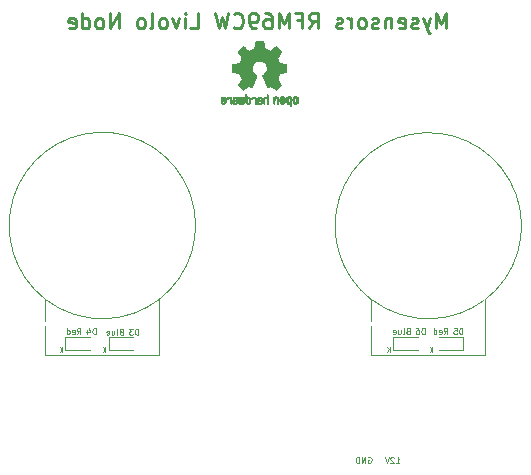
<source format=gbo>
G04 #@! TF.GenerationSoftware,KiCad,Pcbnew,no-vcs-found-7571~57~ubuntu16.04.1*
G04 #@! TF.CreationDate,2017-02-02T16:37:01+02:00*
G04 #@! TF.ProjectId,livolo_2_ways_eu_switch,6C69766F6C6F5F325F776179735F6575,rev?*
G04 #@! TF.FileFunction,Legend,Bot*
G04 #@! TF.FilePolarity,Positive*
%FSLAX46Y46*%
G04 Gerber Fmt 4.6, Leading zero omitted, Abs format (unit mm)*
G04 Created by KiCad (PCBNEW no-vcs-found-7571~57~ubuntu16.04.1) date Thu Feb  2 16:37:01 2017*
%MOMM*%
%LPD*%
G01*
G04 APERTURE LIST*
%ADD10C,0.100000*%
%ADD11C,0.250000*%
%ADD12C,0.010000*%
%ADD13C,0.120000*%
%ADD14O,1.700000X1.700000*%
%ADD15R,1.700000X1.700000*%
%ADD16C,1.500000*%
%ADD17R,0.600000X0.800000*%
%ADD18C,1.998980*%
G04 APERTURE END LIST*
D10*
X151180952Y-111750000D02*
X151228571Y-111726190D01*
X151300000Y-111726190D01*
X151371428Y-111750000D01*
X151419047Y-111797619D01*
X151442857Y-111845238D01*
X151466666Y-111940476D01*
X151466666Y-112011904D01*
X151442857Y-112107142D01*
X151419047Y-112154761D01*
X151371428Y-112202380D01*
X151300000Y-112226190D01*
X151252380Y-112226190D01*
X151180952Y-112202380D01*
X151157142Y-112178571D01*
X151157142Y-112011904D01*
X151252380Y-112011904D01*
X150942857Y-112226190D02*
X150942857Y-111726190D01*
X150657142Y-112226190D01*
X150657142Y-111726190D01*
X150419047Y-112226190D02*
X150419047Y-111726190D01*
X150300000Y-111726190D01*
X150228571Y-111750000D01*
X150180952Y-111797619D01*
X150157142Y-111845238D01*
X150133333Y-111940476D01*
X150133333Y-112011904D01*
X150157142Y-112107142D01*
X150180952Y-112154761D01*
X150228571Y-112202380D01*
X150300000Y-112226190D01*
X150419047Y-112226190D01*
X153534523Y-112251190D02*
X153820238Y-112251190D01*
X153677380Y-112251190D02*
X153677380Y-111751190D01*
X153725000Y-111822619D01*
X153772619Y-111870238D01*
X153820238Y-111894047D01*
X153344047Y-111798809D02*
X153320238Y-111775000D01*
X153272619Y-111751190D01*
X153153571Y-111751190D01*
X153105952Y-111775000D01*
X153082142Y-111798809D01*
X153058333Y-111846428D01*
X153058333Y-111894047D01*
X153082142Y-111965476D01*
X153367857Y-112251190D01*
X153058333Y-112251190D01*
X152915476Y-111751190D02*
X152748809Y-112251190D01*
X152582142Y-111751190D01*
D11*
X157796428Y-75438095D02*
X157796428Y-74138095D01*
X157363095Y-75066666D01*
X156929761Y-74138095D01*
X156929761Y-75438095D01*
X156434523Y-74571428D02*
X156125000Y-75438095D01*
X155815476Y-74571428D02*
X156125000Y-75438095D01*
X156248809Y-75747619D01*
X156310714Y-75809523D01*
X156434523Y-75871428D01*
X155382142Y-75376190D02*
X155258333Y-75438095D01*
X155010714Y-75438095D01*
X154886904Y-75376190D01*
X154825000Y-75252380D01*
X154825000Y-75190476D01*
X154886904Y-75066666D01*
X155010714Y-75004761D01*
X155196428Y-75004761D01*
X155320238Y-74942857D01*
X155382142Y-74819047D01*
X155382142Y-74757142D01*
X155320238Y-74633333D01*
X155196428Y-74571428D01*
X155010714Y-74571428D01*
X154886904Y-74633333D01*
X153772619Y-75376190D02*
X153896428Y-75438095D01*
X154144047Y-75438095D01*
X154267857Y-75376190D01*
X154329761Y-75252380D01*
X154329761Y-74757142D01*
X154267857Y-74633333D01*
X154144047Y-74571428D01*
X153896428Y-74571428D01*
X153772619Y-74633333D01*
X153710714Y-74757142D01*
X153710714Y-74880952D01*
X154329761Y-75004761D01*
X153153571Y-74571428D02*
X153153571Y-75438095D01*
X153153571Y-74695238D02*
X153091666Y-74633333D01*
X152967857Y-74571428D01*
X152782142Y-74571428D01*
X152658333Y-74633333D01*
X152596428Y-74757142D01*
X152596428Y-75438095D01*
X152039285Y-75376190D02*
X151915476Y-75438095D01*
X151667857Y-75438095D01*
X151544047Y-75376190D01*
X151482142Y-75252380D01*
X151482142Y-75190476D01*
X151544047Y-75066666D01*
X151667857Y-75004761D01*
X151853571Y-75004761D01*
X151977380Y-74942857D01*
X152039285Y-74819047D01*
X152039285Y-74757142D01*
X151977380Y-74633333D01*
X151853571Y-74571428D01*
X151667857Y-74571428D01*
X151544047Y-74633333D01*
X150739285Y-75438095D02*
X150863095Y-75376190D01*
X150925000Y-75314285D01*
X150986904Y-75190476D01*
X150986904Y-74819047D01*
X150925000Y-74695238D01*
X150863095Y-74633333D01*
X150739285Y-74571428D01*
X150553571Y-74571428D01*
X150429761Y-74633333D01*
X150367857Y-74695238D01*
X150305952Y-74819047D01*
X150305952Y-75190476D01*
X150367857Y-75314285D01*
X150429761Y-75376190D01*
X150553571Y-75438095D01*
X150739285Y-75438095D01*
X149748809Y-75438095D02*
X149748809Y-74571428D01*
X149748809Y-74819047D02*
X149686904Y-74695238D01*
X149625000Y-74633333D01*
X149501190Y-74571428D01*
X149377380Y-74571428D01*
X149005952Y-75376190D02*
X148882142Y-75438095D01*
X148634523Y-75438095D01*
X148510714Y-75376190D01*
X148448809Y-75252380D01*
X148448809Y-75190476D01*
X148510714Y-75066666D01*
X148634523Y-75004761D01*
X148820238Y-75004761D01*
X148944047Y-74942857D01*
X149005952Y-74819047D01*
X149005952Y-74757142D01*
X148944047Y-74633333D01*
X148820238Y-74571428D01*
X148634523Y-74571428D01*
X148510714Y-74633333D01*
X146158333Y-75438095D02*
X146591666Y-74819047D01*
X146901190Y-75438095D02*
X146901190Y-74138095D01*
X146405952Y-74138095D01*
X146282142Y-74200000D01*
X146220238Y-74261904D01*
X146158333Y-74385714D01*
X146158333Y-74571428D01*
X146220238Y-74695238D01*
X146282142Y-74757142D01*
X146405952Y-74819047D01*
X146901190Y-74819047D01*
X145167857Y-74757142D02*
X145601190Y-74757142D01*
X145601190Y-75438095D02*
X145601190Y-74138095D01*
X144982142Y-74138095D01*
X144486904Y-75438095D02*
X144486904Y-74138095D01*
X144053571Y-75066666D01*
X143620238Y-74138095D01*
X143620238Y-75438095D01*
X142444047Y-74138095D02*
X142691666Y-74138095D01*
X142815476Y-74200000D01*
X142877380Y-74261904D01*
X143001190Y-74447619D01*
X143063095Y-74695238D01*
X143063095Y-75190476D01*
X143001190Y-75314285D01*
X142939285Y-75376190D01*
X142815476Y-75438095D01*
X142567857Y-75438095D01*
X142444047Y-75376190D01*
X142382142Y-75314285D01*
X142320238Y-75190476D01*
X142320238Y-74880952D01*
X142382142Y-74757142D01*
X142444047Y-74695238D01*
X142567857Y-74633333D01*
X142815476Y-74633333D01*
X142939285Y-74695238D01*
X143001190Y-74757142D01*
X143063095Y-74880952D01*
X141701190Y-75438095D02*
X141453571Y-75438095D01*
X141329761Y-75376190D01*
X141267857Y-75314285D01*
X141144047Y-75128571D01*
X141082142Y-74880952D01*
X141082142Y-74385714D01*
X141144047Y-74261904D01*
X141205952Y-74200000D01*
X141329761Y-74138095D01*
X141577380Y-74138095D01*
X141701190Y-74200000D01*
X141763095Y-74261904D01*
X141825000Y-74385714D01*
X141825000Y-74695238D01*
X141763095Y-74819047D01*
X141701190Y-74880952D01*
X141577380Y-74942857D01*
X141329761Y-74942857D01*
X141205952Y-74880952D01*
X141144047Y-74819047D01*
X141082142Y-74695238D01*
X139782142Y-75314285D02*
X139844047Y-75376190D01*
X140029761Y-75438095D01*
X140153571Y-75438095D01*
X140339285Y-75376190D01*
X140463095Y-75252380D01*
X140525000Y-75128571D01*
X140586904Y-74880952D01*
X140586904Y-74695238D01*
X140525000Y-74447619D01*
X140463095Y-74323809D01*
X140339285Y-74200000D01*
X140153571Y-74138095D01*
X140029761Y-74138095D01*
X139844047Y-74200000D01*
X139782142Y-74261904D01*
X139348809Y-74138095D02*
X139039285Y-75438095D01*
X138791666Y-74509523D01*
X138544047Y-75438095D01*
X138234523Y-74138095D01*
X136129761Y-75438095D02*
X136748809Y-75438095D01*
X136748809Y-74138095D01*
X135696428Y-75438095D02*
X135696428Y-74571428D01*
X135696428Y-74138095D02*
X135758333Y-74200000D01*
X135696428Y-74261904D01*
X135634523Y-74200000D01*
X135696428Y-74138095D01*
X135696428Y-74261904D01*
X135201190Y-74571428D02*
X134891666Y-75438095D01*
X134582142Y-74571428D01*
X133901190Y-75438095D02*
X134025000Y-75376190D01*
X134086904Y-75314285D01*
X134148809Y-75190476D01*
X134148809Y-74819047D01*
X134086904Y-74695238D01*
X134025000Y-74633333D01*
X133901190Y-74571428D01*
X133715476Y-74571428D01*
X133591666Y-74633333D01*
X133529761Y-74695238D01*
X133467857Y-74819047D01*
X133467857Y-75190476D01*
X133529761Y-75314285D01*
X133591666Y-75376190D01*
X133715476Y-75438095D01*
X133901190Y-75438095D01*
X132725000Y-75438095D02*
X132848809Y-75376190D01*
X132910714Y-75252380D01*
X132910714Y-74138095D01*
X132044047Y-75438095D02*
X132167857Y-75376190D01*
X132229761Y-75314285D01*
X132291666Y-75190476D01*
X132291666Y-74819047D01*
X132229761Y-74695238D01*
X132167857Y-74633333D01*
X132044047Y-74571428D01*
X131858333Y-74571428D01*
X131734523Y-74633333D01*
X131672619Y-74695238D01*
X131610714Y-74819047D01*
X131610714Y-75190476D01*
X131672619Y-75314285D01*
X131734523Y-75376190D01*
X131858333Y-75438095D01*
X132044047Y-75438095D01*
X130063095Y-75438095D02*
X130063095Y-74138095D01*
X129320238Y-75438095D01*
X129320238Y-74138095D01*
X128515476Y-75438095D02*
X128639285Y-75376190D01*
X128701190Y-75314285D01*
X128763095Y-75190476D01*
X128763095Y-74819047D01*
X128701190Y-74695238D01*
X128639285Y-74633333D01*
X128515476Y-74571428D01*
X128329761Y-74571428D01*
X128205952Y-74633333D01*
X128144047Y-74695238D01*
X128082142Y-74819047D01*
X128082142Y-75190476D01*
X128144047Y-75314285D01*
X128205952Y-75376190D01*
X128329761Y-75438095D01*
X128515476Y-75438095D01*
X126967857Y-75438095D02*
X126967857Y-74138095D01*
X126967857Y-75376190D02*
X127091666Y-75438095D01*
X127339285Y-75438095D01*
X127463095Y-75376190D01*
X127525000Y-75314285D01*
X127586904Y-75190476D01*
X127586904Y-74819047D01*
X127525000Y-74695238D01*
X127463095Y-74633333D01*
X127339285Y-74571428D01*
X127091666Y-74571428D01*
X126967857Y-74633333D01*
X125853571Y-75376190D02*
X125977380Y-75438095D01*
X126225000Y-75438095D01*
X126348809Y-75376190D01*
X126410714Y-75252380D01*
X126410714Y-74757142D01*
X126348809Y-74633333D01*
X126225000Y-74571428D01*
X125977380Y-74571428D01*
X125853571Y-74633333D01*
X125791666Y-74757142D01*
X125791666Y-74880952D01*
X126410714Y-75004761D01*
D10*
X156629761Y-102805952D02*
X156629761Y-102405952D01*
X156401190Y-102805952D02*
X156572619Y-102577380D01*
X156401190Y-102405952D02*
X156629761Y-102634523D01*
X153004761Y-102830952D02*
X153004761Y-102430952D01*
X152776190Y-102830952D02*
X152947619Y-102602380D01*
X152776190Y-102430952D02*
X153004761Y-102659523D01*
X125279761Y-102855952D02*
X125279761Y-102455952D01*
X125051190Y-102855952D02*
X125222619Y-102627380D01*
X125051190Y-102455952D02*
X125279761Y-102684523D01*
X128929761Y-102855952D02*
X128929761Y-102455952D01*
X128701190Y-102855952D02*
X128872619Y-102627380D01*
X128701190Y-102455952D02*
X128929761Y-102684523D01*
X163694008Y-89464814D02*
G75*
G02X163848715Y-94394113I-7485594J-2702014D01*
G01*
X163850272Y-94388865D02*
G75*
G02X161052403Y-98450135I-7630078J2262093D01*
G01*
X133445727Y-103075046D02*
X133445727Y-98409613D01*
X161043389Y-103075036D02*
X161043389Y-98440680D01*
X151429743Y-103075000D02*
X161033935Y-103075000D01*
X128302892Y-84247824D02*
G75*
G02X133055711Y-85564111I356849J-7950321D01*
G01*
X123866624Y-85874166D02*
G75*
G02X128308353Y-84247580I4832047J-6317083D01*
G01*
X136096349Y-89433750D02*
G75*
G02X136251052Y-94363047I-7485593J-2702007D01*
G01*
X151429743Y-98390366D02*
X151429743Y-103075002D01*
X123816506Y-98354358D02*
G75*
G02X121133085Y-94458981I4911598J6255425D01*
G01*
X121135032Y-94465340D02*
G75*
G02X121156034Y-89735192I7603880J2331359D01*
G01*
X121154002Y-89741522D02*
G75*
G02X123871908Y-85870127I7573762J-2427398D01*
G01*
X148751667Y-89772585D02*
G75*
G02X151469570Y-85901194I7573754J-2427395D01*
G01*
X151464287Y-85905233D02*
G75*
G02X155906016Y-84278648I4832045J-6317082D01*
G01*
X155900549Y-84278892D02*
G75*
G02X160653375Y-85595181I356851J-7950332D01*
G01*
X160648833Y-85592139D02*
G75*
G02X163695863Y-89469959I-4426165J-6613922D01*
G01*
X151414167Y-98385421D02*
G75*
G02X148730753Y-94490046I4911597J6255413D01*
G01*
X148732690Y-94496373D02*
G75*
G02X148753698Y-89766259I7603828J2331333D01*
G01*
X136252607Y-94357809D02*
G75*
G02X133454740Y-98419069I-7630063J2262095D01*
G01*
X123832082Y-103075000D02*
X133436272Y-103075000D01*
X123832082Y-98359298D02*
X123832082Y-103075005D01*
X133051167Y-85561068D02*
G75*
G02X136098203Y-89438891I-4426167J-6613932D01*
G01*
X133458521Y-98419274D02*
G75*
G02X129048003Y-100022108I-4800836J6340835D01*
G01*
X129048003Y-100022107D02*
G75*
G02X123825000Y-98375000I-357744J7970252D01*
G01*
X161004907Y-98464183D02*
G75*
G02X156648003Y-100022108I-4730575J6358324D01*
G01*
X156648003Y-100022107D02*
G75*
G02X151425000Y-98375000I-357744J7970252D01*
G01*
D12*
G36*
X144375256Y-81194918D02*
X144319799Y-81222568D01*
X144270852Y-81273480D01*
X144257371Y-81292338D01*
X144242686Y-81317015D01*
X144233158Y-81343816D01*
X144227707Y-81379587D01*
X144225253Y-81431169D01*
X144224714Y-81499267D01*
X144227148Y-81592588D01*
X144235606Y-81662657D01*
X144251826Y-81714931D01*
X144277546Y-81754869D01*
X144314503Y-81787929D01*
X144317218Y-81789886D01*
X144353640Y-81809908D01*
X144397498Y-81819815D01*
X144453276Y-81822257D01*
X144543952Y-81822257D01*
X144543990Y-81910283D01*
X144544834Y-81959308D01*
X144549976Y-81988065D01*
X144563413Y-82005311D01*
X144589142Y-82019808D01*
X144595321Y-82022769D01*
X144624236Y-82036648D01*
X144646624Y-82045414D01*
X144663271Y-82046171D01*
X144674964Y-82036023D01*
X144682490Y-82012073D01*
X144686634Y-81971426D01*
X144688185Y-81911186D01*
X144687929Y-81828455D01*
X144686651Y-81720339D01*
X144686252Y-81688000D01*
X144684815Y-81576524D01*
X144683528Y-81503603D01*
X144544029Y-81503603D01*
X144543245Y-81565499D01*
X144539760Y-81605997D01*
X144531876Y-81632708D01*
X144517895Y-81653244D01*
X144508403Y-81663260D01*
X144469596Y-81692567D01*
X144435237Y-81694952D01*
X144399784Y-81670750D01*
X144398886Y-81669857D01*
X144384461Y-81651153D01*
X144375687Y-81625732D01*
X144371261Y-81586584D01*
X144369882Y-81526697D01*
X144369857Y-81513430D01*
X144373188Y-81430901D01*
X144384031Y-81373691D01*
X144403660Y-81338766D01*
X144433350Y-81323094D01*
X144450509Y-81321514D01*
X144491234Y-81328926D01*
X144519168Y-81353330D01*
X144535983Y-81397980D01*
X144543350Y-81466130D01*
X144544029Y-81503603D01*
X144683528Y-81503603D01*
X144683292Y-81490245D01*
X144681323Y-81425333D01*
X144678550Y-81377958D01*
X144674612Y-81344290D01*
X144669151Y-81320498D01*
X144661808Y-81302753D01*
X144652223Y-81287224D01*
X144648113Y-81281381D01*
X144593595Y-81226185D01*
X144524664Y-81194890D01*
X144444928Y-81186165D01*
X144375256Y-81194918D01*
X144375256Y-81194918D01*
G37*
X144375256Y-81194918D02*
X144319799Y-81222568D01*
X144270852Y-81273480D01*
X144257371Y-81292338D01*
X144242686Y-81317015D01*
X144233158Y-81343816D01*
X144227707Y-81379587D01*
X144225253Y-81431169D01*
X144224714Y-81499267D01*
X144227148Y-81592588D01*
X144235606Y-81662657D01*
X144251826Y-81714931D01*
X144277546Y-81754869D01*
X144314503Y-81787929D01*
X144317218Y-81789886D01*
X144353640Y-81809908D01*
X144397498Y-81819815D01*
X144453276Y-81822257D01*
X144543952Y-81822257D01*
X144543990Y-81910283D01*
X144544834Y-81959308D01*
X144549976Y-81988065D01*
X144563413Y-82005311D01*
X144589142Y-82019808D01*
X144595321Y-82022769D01*
X144624236Y-82036648D01*
X144646624Y-82045414D01*
X144663271Y-82046171D01*
X144674964Y-82036023D01*
X144682490Y-82012073D01*
X144686634Y-81971426D01*
X144688185Y-81911186D01*
X144687929Y-81828455D01*
X144686651Y-81720339D01*
X144686252Y-81688000D01*
X144684815Y-81576524D01*
X144683528Y-81503603D01*
X144544029Y-81503603D01*
X144543245Y-81565499D01*
X144539760Y-81605997D01*
X144531876Y-81632708D01*
X144517895Y-81653244D01*
X144508403Y-81663260D01*
X144469596Y-81692567D01*
X144435237Y-81694952D01*
X144399784Y-81670750D01*
X144398886Y-81669857D01*
X144384461Y-81651153D01*
X144375687Y-81625732D01*
X144371261Y-81586584D01*
X144369882Y-81526697D01*
X144369857Y-81513430D01*
X144373188Y-81430901D01*
X144384031Y-81373691D01*
X144403660Y-81338766D01*
X144433350Y-81323094D01*
X144450509Y-81321514D01*
X144491234Y-81328926D01*
X144519168Y-81353330D01*
X144535983Y-81397980D01*
X144543350Y-81466130D01*
X144544029Y-81503603D01*
X144683528Y-81503603D01*
X144683292Y-81490245D01*
X144681323Y-81425333D01*
X144678550Y-81377958D01*
X144674612Y-81344290D01*
X144669151Y-81320498D01*
X144661808Y-81302753D01*
X144652223Y-81287224D01*
X144648113Y-81281381D01*
X144593595Y-81226185D01*
X144524664Y-81194890D01*
X144444928Y-81186165D01*
X144375256Y-81194918D01*
G36*
X143258907Y-81202780D02*
X143212328Y-81229723D01*
X143179943Y-81256466D01*
X143156258Y-81284484D01*
X143139941Y-81318748D01*
X143129661Y-81364227D01*
X143124086Y-81425892D01*
X143121884Y-81508711D01*
X143121629Y-81568246D01*
X143121629Y-81787391D01*
X143183314Y-81815044D01*
X143245000Y-81842697D01*
X143252257Y-81602670D01*
X143255256Y-81513028D01*
X143258402Y-81447962D01*
X143262299Y-81403026D01*
X143267553Y-81373770D01*
X143274769Y-81355748D01*
X143284550Y-81344511D01*
X143287688Y-81342079D01*
X143335239Y-81323083D01*
X143383303Y-81330600D01*
X143411914Y-81350543D01*
X143423553Y-81364675D01*
X143431609Y-81383220D01*
X143436729Y-81411334D01*
X143439559Y-81454173D01*
X143440744Y-81516895D01*
X143440943Y-81582261D01*
X143440982Y-81664268D01*
X143442386Y-81722316D01*
X143447086Y-81761465D01*
X143457013Y-81786780D01*
X143474097Y-81803323D01*
X143500268Y-81816156D01*
X143535225Y-81829491D01*
X143573404Y-81844007D01*
X143568859Y-81586389D01*
X143567029Y-81493519D01*
X143564888Y-81424889D01*
X143561819Y-81375711D01*
X143557206Y-81341198D01*
X143550432Y-81316562D01*
X143540881Y-81297016D01*
X143529366Y-81279770D01*
X143473810Y-81224680D01*
X143406020Y-81192822D01*
X143332287Y-81185191D01*
X143258907Y-81202780D01*
X143258907Y-81202780D01*
G37*
X143258907Y-81202780D02*
X143212328Y-81229723D01*
X143179943Y-81256466D01*
X143156258Y-81284484D01*
X143139941Y-81318748D01*
X143129661Y-81364227D01*
X143124086Y-81425892D01*
X143121884Y-81508711D01*
X143121629Y-81568246D01*
X143121629Y-81787391D01*
X143183314Y-81815044D01*
X143245000Y-81842697D01*
X143252257Y-81602670D01*
X143255256Y-81513028D01*
X143258402Y-81447962D01*
X143262299Y-81403026D01*
X143267553Y-81373770D01*
X143274769Y-81355748D01*
X143284550Y-81344511D01*
X143287688Y-81342079D01*
X143335239Y-81323083D01*
X143383303Y-81330600D01*
X143411914Y-81350543D01*
X143423553Y-81364675D01*
X143431609Y-81383220D01*
X143436729Y-81411334D01*
X143439559Y-81454173D01*
X143440744Y-81516895D01*
X143440943Y-81582261D01*
X143440982Y-81664268D01*
X143442386Y-81722316D01*
X143447086Y-81761465D01*
X143457013Y-81786780D01*
X143474097Y-81803323D01*
X143500268Y-81816156D01*
X143535225Y-81829491D01*
X143573404Y-81844007D01*
X143568859Y-81586389D01*
X143567029Y-81493519D01*
X143564888Y-81424889D01*
X143561819Y-81375711D01*
X143557206Y-81341198D01*
X143550432Y-81316562D01*
X143540881Y-81297016D01*
X143529366Y-81279770D01*
X143473810Y-81224680D01*
X143406020Y-81192822D01*
X143332287Y-81185191D01*
X143258907Y-81202780D01*
G36*
X144933885Y-81196962D02*
X144865855Y-81232733D01*
X144815649Y-81290301D01*
X144797815Y-81327312D01*
X144783937Y-81382882D01*
X144776833Y-81453096D01*
X144776160Y-81529727D01*
X144781573Y-81604552D01*
X144792730Y-81669342D01*
X144809286Y-81715873D01*
X144814374Y-81723887D01*
X144874645Y-81783707D01*
X144946231Y-81819535D01*
X145023908Y-81830020D01*
X145102452Y-81813810D01*
X145124311Y-81804092D01*
X145166878Y-81774143D01*
X145204237Y-81734433D01*
X145207768Y-81729397D01*
X145222119Y-81705124D01*
X145231606Y-81679178D01*
X145237210Y-81645022D01*
X145239914Y-81596119D01*
X145240701Y-81525935D01*
X145240714Y-81510200D01*
X145240678Y-81505192D01*
X145095571Y-81505192D01*
X145094727Y-81571430D01*
X145091404Y-81615386D01*
X145084417Y-81643779D01*
X145072584Y-81663325D01*
X145066543Y-81669857D01*
X145031814Y-81694680D01*
X144998097Y-81693548D01*
X144964005Y-81672016D01*
X144943671Y-81649029D01*
X144931629Y-81615478D01*
X144924866Y-81562569D01*
X144924402Y-81556399D01*
X144923248Y-81460513D01*
X144935312Y-81389299D01*
X144960430Y-81343194D01*
X144998440Y-81322635D01*
X145012008Y-81321514D01*
X145047636Y-81327152D01*
X145072006Y-81346686D01*
X145086907Y-81384042D01*
X145094125Y-81443150D01*
X145095571Y-81505192D01*
X145240678Y-81505192D01*
X145240174Y-81435413D01*
X145237904Y-81383159D01*
X145232932Y-81346949D01*
X145224287Y-81320299D01*
X145210995Y-81296722D01*
X145208057Y-81292338D01*
X145158687Y-81233249D01*
X145104891Y-81198947D01*
X145039398Y-81185331D01*
X145017158Y-81184665D01*
X144933885Y-81196962D01*
X144933885Y-81196962D01*
G37*
X144933885Y-81196962D02*
X144865855Y-81232733D01*
X144815649Y-81290301D01*
X144797815Y-81327312D01*
X144783937Y-81382882D01*
X144776833Y-81453096D01*
X144776160Y-81529727D01*
X144781573Y-81604552D01*
X144792730Y-81669342D01*
X144809286Y-81715873D01*
X144814374Y-81723887D01*
X144874645Y-81783707D01*
X144946231Y-81819535D01*
X145023908Y-81830020D01*
X145102452Y-81813810D01*
X145124311Y-81804092D01*
X145166878Y-81774143D01*
X145204237Y-81734433D01*
X145207768Y-81729397D01*
X145222119Y-81705124D01*
X145231606Y-81679178D01*
X145237210Y-81645022D01*
X145239914Y-81596119D01*
X145240701Y-81525935D01*
X145240714Y-81510200D01*
X145240678Y-81505192D01*
X145095571Y-81505192D01*
X145094727Y-81571430D01*
X145091404Y-81615386D01*
X145084417Y-81643779D01*
X145072584Y-81663325D01*
X145066543Y-81669857D01*
X145031814Y-81694680D01*
X144998097Y-81693548D01*
X144964005Y-81672016D01*
X144943671Y-81649029D01*
X144931629Y-81615478D01*
X144924866Y-81562569D01*
X144924402Y-81556399D01*
X144923248Y-81460513D01*
X144935312Y-81389299D01*
X144960430Y-81343194D01*
X144998440Y-81322635D01*
X145012008Y-81321514D01*
X145047636Y-81327152D01*
X145072006Y-81346686D01*
X145086907Y-81384042D01*
X145094125Y-81443150D01*
X145095571Y-81505192D01*
X145240678Y-81505192D01*
X145240174Y-81435413D01*
X145237904Y-81383159D01*
X145232932Y-81346949D01*
X145224287Y-81320299D01*
X145210995Y-81296722D01*
X145208057Y-81292338D01*
X145158687Y-81233249D01*
X145104891Y-81198947D01*
X145039398Y-81185331D01*
X145017158Y-81184665D01*
X144933885Y-81196962D01*
G36*
X143806697Y-81206239D02*
X143749473Y-81244735D01*
X143705251Y-81300335D01*
X143678833Y-81371086D01*
X143673490Y-81423162D01*
X143674097Y-81444893D01*
X143679178Y-81461531D01*
X143693145Y-81476437D01*
X143720411Y-81492973D01*
X143765388Y-81514498D01*
X143832489Y-81544374D01*
X143832829Y-81544524D01*
X143894593Y-81572813D01*
X143945241Y-81597933D01*
X143979596Y-81617179D01*
X143992482Y-81627848D01*
X143992486Y-81627934D01*
X143981128Y-81651166D01*
X143954569Y-81676774D01*
X143924077Y-81695221D01*
X143908630Y-81698886D01*
X143866485Y-81686212D01*
X143830192Y-81654471D01*
X143812483Y-81619572D01*
X143795448Y-81593845D01*
X143762078Y-81564546D01*
X143722851Y-81539235D01*
X143688244Y-81525471D01*
X143681007Y-81524714D01*
X143672861Y-81537160D01*
X143672370Y-81568972D01*
X143678357Y-81611866D01*
X143689643Y-81657558D01*
X143705050Y-81697761D01*
X143705829Y-81699322D01*
X143752196Y-81764062D01*
X143812289Y-81808097D01*
X143880535Y-81829711D01*
X143951362Y-81827185D01*
X144019196Y-81798804D01*
X144022212Y-81796808D01*
X144075573Y-81748448D01*
X144110660Y-81685352D01*
X144130078Y-81602387D01*
X144132684Y-81579078D01*
X144137299Y-81469055D01*
X144131767Y-81417748D01*
X143992486Y-81417748D01*
X143990676Y-81449753D01*
X143980778Y-81459093D01*
X143956102Y-81452105D01*
X143917205Y-81435587D01*
X143873725Y-81414881D01*
X143872644Y-81414333D01*
X143835791Y-81394949D01*
X143821000Y-81382013D01*
X143824647Y-81368451D01*
X143840005Y-81350632D01*
X143879077Y-81324845D01*
X143921154Y-81322950D01*
X143958897Y-81341717D01*
X143984966Y-81377915D01*
X143992486Y-81417748D01*
X144131767Y-81417748D01*
X144127806Y-81381027D01*
X144103450Y-81311212D01*
X144069544Y-81262302D01*
X144008347Y-81212878D01*
X143940937Y-81188359D01*
X143872120Y-81186797D01*
X143806697Y-81206239D01*
X143806697Y-81206239D01*
G37*
X143806697Y-81206239D02*
X143749473Y-81244735D01*
X143705251Y-81300335D01*
X143678833Y-81371086D01*
X143673490Y-81423162D01*
X143674097Y-81444893D01*
X143679178Y-81461531D01*
X143693145Y-81476437D01*
X143720411Y-81492973D01*
X143765388Y-81514498D01*
X143832489Y-81544374D01*
X143832829Y-81544524D01*
X143894593Y-81572813D01*
X143945241Y-81597933D01*
X143979596Y-81617179D01*
X143992482Y-81627848D01*
X143992486Y-81627934D01*
X143981128Y-81651166D01*
X143954569Y-81676774D01*
X143924077Y-81695221D01*
X143908630Y-81698886D01*
X143866485Y-81686212D01*
X143830192Y-81654471D01*
X143812483Y-81619572D01*
X143795448Y-81593845D01*
X143762078Y-81564546D01*
X143722851Y-81539235D01*
X143688244Y-81525471D01*
X143681007Y-81524714D01*
X143672861Y-81537160D01*
X143672370Y-81568972D01*
X143678357Y-81611866D01*
X143689643Y-81657558D01*
X143705050Y-81697761D01*
X143705829Y-81699322D01*
X143752196Y-81764062D01*
X143812289Y-81808097D01*
X143880535Y-81829711D01*
X143951362Y-81827185D01*
X144019196Y-81798804D01*
X144022212Y-81796808D01*
X144075573Y-81748448D01*
X144110660Y-81685352D01*
X144130078Y-81602387D01*
X144132684Y-81579078D01*
X144137299Y-81469055D01*
X144131767Y-81417748D01*
X143992486Y-81417748D01*
X143990676Y-81449753D01*
X143980778Y-81459093D01*
X143956102Y-81452105D01*
X143917205Y-81435587D01*
X143873725Y-81414881D01*
X143872644Y-81414333D01*
X143835791Y-81394949D01*
X143821000Y-81382013D01*
X143824647Y-81368451D01*
X143840005Y-81350632D01*
X143879077Y-81324845D01*
X143921154Y-81322950D01*
X143958897Y-81341717D01*
X143984966Y-81377915D01*
X143992486Y-81417748D01*
X144131767Y-81417748D01*
X144127806Y-81381027D01*
X144103450Y-81311212D01*
X144069544Y-81262302D01*
X144008347Y-81212878D01*
X143940937Y-81188359D01*
X143872120Y-81186797D01*
X143806697Y-81206239D01*
G36*
X142599114Y-81126289D02*
X142594861Y-81185613D01*
X142589975Y-81220572D01*
X142583205Y-81235820D01*
X142573298Y-81236015D01*
X142570086Y-81234195D01*
X142527356Y-81221015D01*
X142471773Y-81221785D01*
X142415263Y-81235333D01*
X142379918Y-81252861D01*
X142343679Y-81280861D01*
X142317187Y-81312549D01*
X142299001Y-81352813D01*
X142287678Y-81406543D01*
X142281778Y-81478626D01*
X142279857Y-81573951D01*
X142279823Y-81592237D01*
X142279800Y-81797646D01*
X142325509Y-81813580D01*
X142357973Y-81824420D01*
X142375785Y-81829468D01*
X142376309Y-81829514D01*
X142378063Y-81815828D01*
X142379556Y-81778076D01*
X142380674Y-81721224D01*
X142381303Y-81650234D01*
X142381400Y-81607073D01*
X142381602Y-81521973D01*
X142382642Y-81460981D01*
X142385169Y-81419177D01*
X142389836Y-81391642D01*
X142397293Y-81373456D01*
X142408189Y-81359698D01*
X142414993Y-81353073D01*
X142461728Y-81326375D01*
X142512728Y-81324375D01*
X142558999Y-81346955D01*
X142567556Y-81355107D01*
X142580107Y-81370436D01*
X142588812Y-81388618D01*
X142594369Y-81414909D01*
X142597474Y-81454562D01*
X142598824Y-81512832D01*
X142599114Y-81593173D01*
X142599114Y-81797646D01*
X142644823Y-81813580D01*
X142677287Y-81824420D01*
X142695099Y-81829468D01*
X142695623Y-81829514D01*
X142696963Y-81815623D01*
X142698172Y-81776439D01*
X142699199Y-81715700D01*
X142699998Y-81637141D01*
X142700519Y-81544498D01*
X142700714Y-81441509D01*
X142700714Y-81044342D01*
X142653543Y-81024444D01*
X142606371Y-81004547D01*
X142599114Y-81126289D01*
X142599114Y-81126289D01*
G37*
X142599114Y-81126289D02*
X142594861Y-81185613D01*
X142589975Y-81220572D01*
X142583205Y-81235820D01*
X142573298Y-81236015D01*
X142570086Y-81234195D01*
X142527356Y-81221015D01*
X142471773Y-81221785D01*
X142415263Y-81235333D01*
X142379918Y-81252861D01*
X142343679Y-81280861D01*
X142317187Y-81312549D01*
X142299001Y-81352813D01*
X142287678Y-81406543D01*
X142281778Y-81478626D01*
X142279857Y-81573951D01*
X142279823Y-81592237D01*
X142279800Y-81797646D01*
X142325509Y-81813580D01*
X142357973Y-81824420D01*
X142375785Y-81829468D01*
X142376309Y-81829514D01*
X142378063Y-81815828D01*
X142379556Y-81778076D01*
X142380674Y-81721224D01*
X142381303Y-81650234D01*
X142381400Y-81607073D01*
X142381602Y-81521973D01*
X142382642Y-81460981D01*
X142385169Y-81419177D01*
X142389836Y-81391642D01*
X142397293Y-81373456D01*
X142408189Y-81359698D01*
X142414993Y-81353073D01*
X142461728Y-81326375D01*
X142512728Y-81324375D01*
X142558999Y-81346955D01*
X142567556Y-81355107D01*
X142580107Y-81370436D01*
X142588812Y-81388618D01*
X142594369Y-81414909D01*
X142597474Y-81454562D01*
X142598824Y-81512832D01*
X142599114Y-81593173D01*
X142599114Y-81797646D01*
X142644823Y-81813580D01*
X142677287Y-81824420D01*
X142695099Y-81829468D01*
X142695623Y-81829514D01*
X142696963Y-81815623D01*
X142698172Y-81776439D01*
X142699199Y-81715700D01*
X142699998Y-81637141D01*
X142700519Y-81544498D01*
X142700714Y-81441509D01*
X142700714Y-81044342D01*
X142653543Y-81024444D01*
X142606371Y-81004547D01*
X142599114Y-81126289D01*
G36*
X141935256Y-81225968D02*
X141878384Y-81247087D01*
X141877733Y-81247493D01*
X141842560Y-81273380D01*
X141816593Y-81303633D01*
X141798330Y-81343058D01*
X141786268Y-81396462D01*
X141778904Y-81468651D01*
X141774736Y-81564432D01*
X141774371Y-81578078D01*
X141769124Y-81783842D01*
X141813284Y-81806678D01*
X141845237Y-81822110D01*
X141864530Y-81829423D01*
X141865422Y-81829514D01*
X141868761Y-81816022D01*
X141871413Y-81779626D01*
X141873044Y-81726452D01*
X141873400Y-81683393D01*
X141873408Y-81613641D01*
X141876597Y-81569837D01*
X141887712Y-81548944D01*
X141911499Y-81547925D01*
X141952704Y-81563741D01*
X142014914Y-81592815D01*
X142060659Y-81616963D01*
X142084187Y-81637913D01*
X142091104Y-81660747D01*
X142091114Y-81661877D01*
X142079701Y-81701212D01*
X142045908Y-81722462D01*
X141994191Y-81725539D01*
X141956939Y-81725006D01*
X141937297Y-81735735D01*
X141925048Y-81761505D01*
X141917998Y-81794337D01*
X141928158Y-81812966D01*
X141931983Y-81815632D01*
X141967999Y-81826340D01*
X142018434Y-81827856D01*
X142070374Y-81820759D01*
X142107178Y-81807788D01*
X142158062Y-81764585D01*
X142186986Y-81704446D01*
X142192714Y-81657462D01*
X142188343Y-81615082D01*
X142172525Y-81580488D01*
X142141203Y-81549763D01*
X142090322Y-81518990D01*
X142015824Y-81484252D01*
X142011286Y-81482288D01*
X141944179Y-81451287D01*
X141902768Y-81425862D01*
X141885019Y-81403014D01*
X141888893Y-81379745D01*
X141912357Y-81353056D01*
X141919373Y-81346914D01*
X141966370Y-81323100D01*
X142015067Y-81324103D01*
X142057478Y-81347451D01*
X142085616Y-81390675D01*
X142088231Y-81399160D01*
X142113692Y-81440308D01*
X142145999Y-81460128D01*
X142192714Y-81479770D01*
X142192714Y-81428950D01*
X142178504Y-81355082D01*
X142136325Y-81287327D01*
X142114376Y-81264661D01*
X142064483Y-81235569D01*
X142001033Y-81222400D01*
X141935256Y-81225968D01*
X141935256Y-81225968D01*
G37*
X141935256Y-81225968D02*
X141878384Y-81247087D01*
X141877733Y-81247493D01*
X141842560Y-81273380D01*
X141816593Y-81303633D01*
X141798330Y-81343058D01*
X141786268Y-81396462D01*
X141778904Y-81468651D01*
X141774736Y-81564432D01*
X141774371Y-81578078D01*
X141769124Y-81783842D01*
X141813284Y-81806678D01*
X141845237Y-81822110D01*
X141864530Y-81829423D01*
X141865422Y-81829514D01*
X141868761Y-81816022D01*
X141871413Y-81779626D01*
X141873044Y-81726452D01*
X141873400Y-81683393D01*
X141873408Y-81613641D01*
X141876597Y-81569837D01*
X141887712Y-81548944D01*
X141911499Y-81547925D01*
X141952704Y-81563741D01*
X142014914Y-81592815D01*
X142060659Y-81616963D01*
X142084187Y-81637913D01*
X142091104Y-81660747D01*
X142091114Y-81661877D01*
X142079701Y-81701212D01*
X142045908Y-81722462D01*
X141994191Y-81725539D01*
X141956939Y-81725006D01*
X141937297Y-81735735D01*
X141925048Y-81761505D01*
X141917998Y-81794337D01*
X141928158Y-81812966D01*
X141931983Y-81815632D01*
X141967999Y-81826340D01*
X142018434Y-81827856D01*
X142070374Y-81820759D01*
X142107178Y-81807788D01*
X142158062Y-81764585D01*
X142186986Y-81704446D01*
X142192714Y-81657462D01*
X142188343Y-81615082D01*
X142172525Y-81580488D01*
X142141203Y-81549763D01*
X142090322Y-81518990D01*
X142015824Y-81484252D01*
X142011286Y-81482288D01*
X141944179Y-81451287D01*
X141902768Y-81425862D01*
X141885019Y-81403014D01*
X141888893Y-81379745D01*
X141912357Y-81353056D01*
X141919373Y-81346914D01*
X141966370Y-81323100D01*
X142015067Y-81324103D01*
X142057478Y-81347451D01*
X142085616Y-81390675D01*
X142088231Y-81399160D01*
X142113692Y-81440308D01*
X142145999Y-81460128D01*
X142192714Y-81479770D01*
X142192714Y-81428950D01*
X142178504Y-81355082D01*
X142136325Y-81287327D01*
X142114376Y-81264661D01*
X142064483Y-81235569D01*
X142001033Y-81222400D01*
X141935256Y-81225968D01*
G36*
X141445074Y-81224755D02*
X141379142Y-81249084D01*
X141325727Y-81292117D01*
X141304836Y-81322409D01*
X141282061Y-81377994D01*
X141282534Y-81418186D01*
X141306438Y-81445217D01*
X141315283Y-81449813D01*
X141353470Y-81464144D01*
X141372972Y-81460472D01*
X141379578Y-81436407D01*
X141379914Y-81423114D01*
X141392008Y-81374210D01*
X141423529Y-81339999D01*
X141467341Y-81323476D01*
X141516305Y-81327634D01*
X141556106Y-81349227D01*
X141569550Y-81361544D01*
X141579079Y-81376487D01*
X141585515Y-81399075D01*
X141589683Y-81434328D01*
X141592403Y-81487266D01*
X141594498Y-81562907D01*
X141595040Y-81586857D01*
X141597019Y-81668790D01*
X141599269Y-81726455D01*
X141602643Y-81764608D01*
X141607994Y-81788004D01*
X141616176Y-81801398D01*
X141628041Y-81809545D01*
X141635638Y-81813144D01*
X141667898Y-81825452D01*
X141686889Y-81829514D01*
X141693164Y-81815948D01*
X141696994Y-81774934D01*
X141698400Y-81705999D01*
X141697402Y-81608669D01*
X141697092Y-81593657D01*
X141694899Y-81504859D01*
X141692307Y-81440019D01*
X141688618Y-81394067D01*
X141683136Y-81361935D01*
X141675165Y-81338553D01*
X141664007Y-81318852D01*
X141658170Y-81310410D01*
X141624704Y-81273057D01*
X141587273Y-81244003D01*
X141582691Y-81241467D01*
X141515574Y-81221443D01*
X141445074Y-81224755D01*
X141445074Y-81224755D01*
G37*
X141445074Y-81224755D02*
X141379142Y-81249084D01*
X141325727Y-81292117D01*
X141304836Y-81322409D01*
X141282061Y-81377994D01*
X141282534Y-81418186D01*
X141306438Y-81445217D01*
X141315283Y-81449813D01*
X141353470Y-81464144D01*
X141372972Y-81460472D01*
X141379578Y-81436407D01*
X141379914Y-81423114D01*
X141392008Y-81374210D01*
X141423529Y-81339999D01*
X141467341Y-81323476D01*
X141516305Y-81327634D01*
X141556106Y-81349227D01*
X141569550Y-81361544D01*
X141579079Y-81376487D01*
X141585515Y-81399075D01*
X141589683Y-81434328D01*
X141592403Y-81487266D01*
X141594498Y-81562907D01*
X141595040Y-81586857D01*
X141597019Y-81668790D01*
X141599269Y-81726455D01*
X141602643Y-81764608D01*
X141607994Y-81788004D01*
X141616176Y-81801398D01*
X141628041Y-81809545D01*
X141635638Y-81813144D01*
X141667898Y-81825452D01*
X141686889Y-81829514D01*
X141693164Y-81815948D01*
X141696994Y-81774934D01*
X141698400Y-81705999D01*
X141697402Y-81608669D01*
X141697092Y-81593657D01*
X141694899Y-81504859D01*
X141692307Y-81440019D01*
X141688618Y-81394067D01*
X141683136Y-81361935D01*
X141675165Y-81338553D01*
X141664007Y-81318852D01*
X141658170Y-81310410D01*
X141624704Y-81273057D01*
X141587273Y-81244003D01*
X141582691Y-81241467D01*
X141515574Y-81221443D01*
X141445074Y-81224755D01*
G36*
X140784883Y-81340358D02*
X140785067Y-81448837D01*
X140785781Y-81532287D01*
X140787325Y-81594704D01*
X140789999Y-81640085D01*
X140794106Y-81672429D01*
X140799945Y-81695733D01*
X140807818Y-81713995D01*
X140813779Y-81724418D01*
X140863145Y-81780945D01*
X140925736Y-81816377D01*
X140994987Y-81829090D01*
X141064332Y-81817463D01*
X141105625Y-81796568D01*
X141148975Y-81760422D01*
X141178519Y-81716276D01*
X141196345Y-81658462D01*
X141204537Y-81581313D01*
X141205698Y-81524714D01*
X141205542Y-81520647D01*
X141104143Y-81520647D01*
X141103524Y-81585550D01*
X141100686Y-81628514D01*
X141094160Y-81656622D01*
X141082477Y-81676953D01*
X141068517Y-81692288D01*
X141021635Y-81721890D01*
X140971299Y-81724419D01*
X140923724Y-81699705D01*
X140920021Y-81696356D01*
X140904217Y-81678935D01*
X140894307Y-81658209D01*
X140888942Y-81627362D01*
X140886772Y-81579577D01*
X140886429Y-81526748D01*
X140887173Y-81460381D01*
X140890252Y-81416106D01*
X140896939Y-81387009D01*
X140908504Y-81366173D01*
X140917987Y-81355107D01*
X140962040Y-81327198D01*
X141012776Y-81323843D01*
X141061204Y-81345159D01*
X141070550Y-81353073D01*
X141086460Y-81370647D01*
X141096390Y-81391587D01*
X141101722Y-81422782D01*
X141103837Y-81471122D01*
X141104143Y-81520647D01*
X141205542Y-81520647D01*
X141202190Y-81433568D01*
X141190274Y-81365086D01*
X141167865Y-81313600D01*
X141132876Y-81273443D01*
X141105625Y-81252861D01*
X141056093Y-81230625D01*
X140998684Y-81220304D01*
X140945318Y-81223067D01*
X140915457Y-81234212D01*
X140903739Y-81237383D01*
X140895963Y-81225557D01*
X140890535Y-81193866D01*
X140886429Y-81145593D01*
X140881933Y-81091829D01*
X140875687Y-81059482D01*
X140864324Y-81040985D01*
X140844472Y-81028770D01*
X140832000Y-81023362D01*
X140784829Y-81003601D01*
X140784883Y-81340358D01*
X140784883Y-81340358D01*
G37*
X140784883Y-81340358D02*
X140785067Y-81448837D01*
X140785781Y-81532287D01*
X140787325Y-81594704D01*
X140789999Y-81640085D01*
X140794106Y-81672429D01*
X140799945Y-81695733D01*
X140807818Y-81713995D01*
X140813779Y-81724418D01*
X140863145Y-81780945D01*
X140925736Y-81816377D01*
X140994987Y-81829090D01*
X141064332Y-81817463D01*
X141105625Y-81796568D01*
X141148975Y-81760422D01*
X141178519Y-81716276D01*
X141196345Y-81658462D01*
X141204537Y-81581313D01*
X141205698Y-81524714D01*
X141205542Y-81520647D01*
X141104143Y-81520647D01*
X141103524Y-81585550D01*
X141100686Y-81628514D01*
X141094160Y-81656622D01*
X141082477Y-81676953D01*
X141068517Y-81692288D01*
X141021635Y-81721890D01*
X140971299Y-81724419D01*
X140923724Y-81699705D01*
X140920021Y-81696356D01*
X140904217Y-81678935D01*
X140894307Y-81658209D01*
X140888942Y-81627362D01*
X140886772Y-81579577D01*
X140886429Y-81526748D01*
X140887173Y-81460381D01*
X140890252Y-81416106D01*
X140896939Y-81387009D01*
X140908504Y-81366173D01*
X140917987Y-81355107D01*
X140962040Y-81327198D01*
X141012776Y-81323843D01*
X141061204Y-81345159D01*
X141070550Y-81353073D01*
X141086460Y-81370647D01*
X141096390Y-81391587D01*
X141101722Y-81422782D01*
X141103837Y-81471122D01*
X141104143Y-81520647D01*
X141205542Y-81520647D01*
X141202190Y-81433568D01*
X141190274Y-81365086D01*
X141167865Y-81313600D01*
X141132876Y-81273443D01*
X141105625Y-81252861D01*
X141056093Y-81230625D01*
X140998684Y-81220304D01*
X140945318Y-81223067D01*
X140915457Y-81234212D01*
X140903739Y-81237383D01*
X140895963Y-81225557D01*
X140890535Y-81193866D01*
X140886429Y-81145593D01*
X140881933Y-81091829D01*
X140875687Y-81059482D01*
X140864324Y-81040985D01*
X140844472Y-81028770D01*
X140832000Y-81023362D01*
X140784829Y-81003601D01*
X140784883Y-81340358D01*
G36*
X140195167Y-81233663D02*
X140192952Y-81271850D01*
X140191216Y-81329886D01*
X140190101Y-81403180D01*
X140189743Y-81480055D01*
X140189743Y-81740196D01*
X140235674Y-81786127D01*
X140267325Y-81814429D01*
X140295110Y-81825893D01*
X140333085Y-81825168D01*
X140348160Y-81823321D01*
X140395274Y-81817948D01*
X140434244Y-81814869D01*
X140443743Y-81814585D01*
X140475767Y-81816445D01*
X140521568Y-81821114D01*
X140539326Y-81823321D01*
X140582943Y-81826735D01*
X140612255Y-81819320D01*
X140641320Y-81796427D01*
X140651812Y-81786127D01*
X140697743Y-81740196D01*
X140697743Y-81253602D01*
X140660774Y-81236758D01*
X140628941Y-81224282D01*
X140610317Y-81219914D01*
X140605542Y-81233718D01*
X140601079Y-81272286D01*
X140597225Y-81331356D01*
X140594278Y-81406663D01*
X140592857Y-81470286D01*
X140588886Y-81720657D01*
X140554241Y-81725556D01*
X140522732Y-81722131D01*
X140507292Y-81711041D01*
X140502977Y-81690308D01*
X140499292Y-81646145D01*
X140496531Y-81584146D01*
X140494988Y-81509909D01*
X140494765Y-81471706D01*
X140494543Y-81251783D01*
X140448834Y-81235849D01*
X140416482Y-81225015D01*
X140398885Y-81219962D01*
X140398377Y-81219914D01*
X140396612Y-81233648D01*
X140394671Y-81271730D01*
X140392718Y-81329482D01*
X140390916Y-81402227D01*
X140389657Y-81470286D01*
X140385686Y-81720657D01*
X140298600Y-81720657D01*
X140294604Y-81492240D01*
X140290608Y-81263822D01*
X140248153Y-81241868D01*
X140216808Y-81226793D01*
X140198256Y-81219951D01*
X140197721Y-81219914D01*
X140195167Y-81233663D01*
X140195167Y-81233663D01*
G37*
X140195167Y-81233663D02*
X140192952Y-81271850D01*
X140191216Y-81329886D01*
X140190101Y-81403180D01*
X140189743Y-81480055D01*
X140189743Y-81740196D01*
X140235674Y-81786127D01*
X140267325Y-81814429D01*
X140295110Y-81825893D01*
X140333085Y-81825168D01*
X140348160Y-81823321D01*
X140395274Y-81817948D01*
X140434244Y-81814869D01*
X140443743Y-81814585D01*
X140475767Y-81816445D01*
X140521568Y-81821114D01*
X140539326Y-81823321D01*
X140582943Y-81826735D01*
X140612255Y-81819320D01*
X140641320Y-81796427D01*
X140651812Y-81786127D01*
X140697743Y-81740196D01*
X140697743Y-81253602D01*
X140660774Y-81236758D01*
X140628941Y-81224282D01*
X140610317Y-81219914D01*
X140605542Y-81233718D01*
X140601079Y-81272286D01*
X140597225Y-81331356D01*
X140594278Y-81406663D01*
X140592857Y-81470286D01*
X140588886Y-81720657D01*
X140554241Y-81725556D01*
X140522732Y-81722131D01*
X140507292Y-81711041D01*
X140502977Y-81690308D01*
X140499292Y-81646145D01*
X140496531Y-81584146D01*
X140494988Y-81509909D01*
X140494765Y-81471706D01*
X140494543Y-81251783D01*
X140448834Y-81235849D01*
X140416482Y-81225015D01*
X140398885Y-81219962D01*
X140398377Y-81219914D01*
X140396612Y-81233648D01*
X140394671Y-81271730D01*
X140392718Y-81329482D01*
X140390916Y-81402227D01*
X140389657Y-81470286D01*
X140385686Y-81720657D01*
X140298600Y-81720657D01*
X140294604Y-81492240D01*
X140290608Y-81263822D01*
X140248153Y-81241868D01*
X140216808Y-81226793D01*
X140198256Y-81219951D01*
X140197721Y-81219914D01*
X140195167Y-81233663D01*
G36*
X139830124Y-81231335D02*
X139788333Y-81250344D01*
X139755531Y-81273378D01*
X139731497Y-81299133D01*
X139714903Y-81332358D01*
X139704423Y-81377800D01*
X139698729Y-81440207D01*
X139696493Y-81524327D01*
X139696257Y-81579721D01*
X139696257Y-81795826D01*
X139733226Y-81812670D01*
X139762344Y-81824981D01*
X139776769Y-81829514D01*
X139779528Y-81816025D01*
X139781718Y-81779653D01*
X139783058Y-81726542D01*
X139783343Y-81684372D01*
X139784566Y-81623447D01*
X139787864Y-81575115D01*
X139792679Y-81545518D01*
X139796504Y-81539229D01*
X139822217Y-81545652D01*
X139862582Y-81562125D01*
X139909321Y-81584458D01*
X139954155Y-81608457D01*
X139988807Y-81629930D01*
X140004998Y-81644685D01*
X140005062Y-81644845D01*
X140003670Y-81672152D01*
X139991182Y-81698219D01*
X139969257Y-81719392D01*
X139937257Y-81726474D01*
X139909908Y-81725649D01*
X139871174Y-81725042D01*
X139850842Y-81734116D01*
X139838631Y-81758092D01*
X139837091Y-81762613D01*
X139831797Y-81796806D01*
X139845953Y-81817568D01*
X139882852Y-81827462D01*
X139922711Y-81829292D01*
X139994438Y-81815727D01*
X140031568Y-81796355D01*
X140077424Y-81750845D01*
X140101744Y-81694983D01*
X140103927Y-81635957D01*
X140083371Y-81580953D01*
X140052451Y-81546486D01*
X140021580Y-81527189D01*
X139973058Y-81502759D01*
X139916515Y-81477985D01*
X139907090Y-81474199D01*
X139844981Y-81446791D01*
X139809178Y-81422634D01*
X139797663Y-81398619D01*
X139808420Y-81371635D01*
X139826886Y-81350543D01*
X139870531Y-81324572D01*
X139918554Y-81322624D01*
X139962594Y-81342637D01*
X139994291Y-81382551D01*
X139998451Y-81392848D01*
X140022673Y-81430724D01*
X140058035Y-81458842D01*
X140102657Y-81481917D01*
X140102657Y-81416485D01*
X140100031Y-81376506D01*
X140088770Y-81344997D01*
X140063801Y-81311378D01*
X140039831Y-81285484D01*
X140002559Y-81248817D01*
X139973599Y-81229121D01*
X139942495Y-81221220D01*
X139907287Y-81219914D01*
X139830124Y-81231335D01*
X139830124Y-81231335D01*
G37*
X139830124Y-81231335D02*
X139788333Y-81250344D01*
X139755531Y-81273378D01*
X139731497Y-81299133D01*
X139714903Y-81332358D01*
X139704423Y-81377800D01*
X139698729Y-81440207D01*
X139696493Y-81524327D01*
X139696257Y-81579721D01*
X139696257Y-81795826D01*
X139733226Y-81812670D01*
X139762344Y-81824981D01*
X139776769Y-81829514D01*
X139779528Y-81816025D01*
X139781718Y-81779653D01*
X139783058Y-81726542D01*
X139783343Y-81684372D01*
X139784566Y-81623447D01*
X139787864Y-81575115D01*
X139792679Y-81545518D01*
X139796504Y-81539229D01*
X139822217Y-81545652D01*
X139862582Y-81562125D01*
X139909321Y-81584458D01*
X139954155Y-81608457D01*
X139988807Y-81629930D01*
X140004998Y-81644685D01*
X140005062Y-81644845D01*
X140003670Y-81672152D01*
X139991182Y-81698219D01*
X139969257Y-81719392D01*
X139937257Y-81726474D01*
X139909908Y-81725649D01*
X139871174Y-81725042D01*
X139850842Y-81734116D01*
X139838631Y-81758092D01*
X139837091Y-81762613D01*
X139831797Y-81796806D01*
X139845953Y-81817568D01*
X139882852Y-81827462D01*
X139922711Y-81829292D01*
X139994438Y-81815727D01*
X140031568Y-81796355D01*
X140077424Y-81750845D01*
X140101744Y-81694983D01*
X140103927Y-81635957D01*
X140083371Y-81580953D01*
X140052451Y-81546486D01*
X140021580Y-81527189D01*
X139973058Y-81502759D01*
X139916515Y-81477985D01*
X139907090Y-81474199D01*
X139844981Y-81446791D01*
X139809178Y-81422634D01*
X139797663Y-81398619D01*
X139808420Y-81371635D01*
X139826886Y-81350543D01*
X139870531Y-81324572D01*
X139918554Y-81322624D01*
X139962594Y-81342637D01*
X139994291Y-81382551D01*
X139998451Y-81392848D01*
X140022673Y-81430724D01*
X140058035Y-81458842D01*
X140102657Y-81481917D01*
X140102657Y-81416485D01*
X140100031Y-81376506D01*
X140088770Y-81344997D01*
X140063801Y-81311378D01*
X140039831Y-81285484D01*
X140002559Y-81248817D01*
X139973599Y-81229121D01*
X139942495Y-81221220D01*
X139907287Y-81219914D01*
X139830124Y-81231335D01*
G36*
X139322400Y-81233752D02*
X139305052Y-81241334D01*
X139263644Y-81274128D01*
X139228235Y-81321547D01*
X139206336Y-81372151D01*
X139202771Y-81397098D01*
X139214721Y-81431927D01*
X139240933Y-81450357D01*
X139269036Y-81461516D01*
X139281905Y-81463572D01*
X139288171Y-81448649D01*
X139300544Y-81416175D01*
X139305972Y-81401502D01*
X139336410Y-81350744D01*
X139380480Y-81325427D01*
X139436990Y-81326206D01*
X139441175Y-81327203D01*
X139471345Y-81341507D01*
X139493524Y-81369393D01*
X139508673Y-81414287D01*
X139517750Y-81479615D01*
X139521714Y-81568804D01*
X139522086Y-81616261D01*
X139522270Y-81691071D01*
X139523478Y-81742069D01*
X139526691Y-81774471D01*
X139532891Y-81793495D01*
X139543060Y-81804356D01*
X139558181Y-81812272D01*
X139559054Y-81812670D01*
X139588172Y-81824981D01*
X139602597Y-81829514D01*
X139604814Y-81815809D01*
X139606711Y-81777925D01*
X139608153Y-81720715D01*
X139609002Y-81649027D01*
X139609171Y-81596565D01*
X139608308Y-81495047D01*
X139604930Y-81418032D01*
X139597858Y-81361023D01*
X139585912Y-81319526D01*
X139567910Y-81289043D01*
X139542673Y-81265080D01*
X139517753Y-81248355D01*
X139457829Y-81226097D01*
X139388089Y-81221076D01*
X139322400Y-81233752D01*
X139322400Y-81233752D01*
G37*
X139322400Y-81233752D02*
X139305052Y-81241334D01*
X139263644Y-81274128D01*
X139228235Y-81321547D01*
X139206336Y-81372151D01*
X139202771Y-81397098D01*
X139214721Y-81431927D01*
X139240933Y-81450357D01*
X139269036Y-81461516D01*
X139281905Y-81463572D01*
X139288171Y-81448649D01*
X139300544Y-81416175D01*
X139305972Y-81401502D01*
X139336410Y-81350744D01*
X139380480Y-81325427D01*
X139436990Y-81326206D01*
X139441175Y-81327203D01*
X139471345Y-81341507D01*
X139493524Y-81369393D01*
X139508673Y-81414287D01*
X139517750Y-81479615D01*
X139521714Y-81568804D01*
X139522086Y-81616261D01*
X139522270Y-81691071D01*
X139523478Y-81742069D01*
X139526691Y-81774471D01*
X139532891Y-81793495D01*
X139543060Y-81804356D01*
X139558181Y-81812272D01*
X139559054Y-81812670D01*
X139588172Y-81824981D01*
X139602597Y-81829514D01*
X139604814Y-81815809D01*
X139606711Y-81777925D01*
X139608153Y-81720715D01*
X139609002Y-81649027D01*
X139609171Y-81596565D01*
X139608308Y-81495047D01*
X139604930Y-81418032D01*
X139597858Y-81361023D01*
X139585912Y-81319526D01*
X139567910Y-81289043D01*
X139542673Y-81265080D01*
X139517753Y-81248355D01*
X139457829Y-81226097D01*
X139388089Y-81221076D01*
X139322400Y-81233752D01*
G36*
X138821405Y-81241966D02*
X138763979Y-81279497D01*
X138736281Y-81313096D01*
X138714338Y-81374064D01*
X138712595Y-81422308D01*
X138716543Y-81486816D01*
X138865314Y-81551934D01*
X138937651Y-81585202D01*
X138984916Y-81611964D01*
X139009493Y-81635144D01*
X139013763Y-81657667D01*
X139000111Y-81682455D01*
X138985057Y-81698886D01*
X138941254Y-81725235D01*
X138893611Y-81727081D01*
X138849855Y-81706546D01*
X138817711Y-81665752D01*
X138811962Y-81651347D01*
X138784424Y-81606356D01*
X138752742Y-81587182D01*
X138709286Y-81570779D01*
X138709286Y-81632966D01*
X138713128Y-81675283D01*
X138728177Y-81710969D01*
X138759720Y-81751943D01*
X138764408Y-81757267D01*
X138799494Y-81793720D01*
X138829653Y-81813283D01*
X138867385Y-81822283D01*
X138898665Y-81825230D01*
X138954615Y-81825965D01*
X138994445Y-81816660D01*
X139019292Y-81802846D01*
X139058344Y-81772467D01*
X139085375Y-81739613D01*
X139102483Y-81698294D01*
X139111762Y-81642521D01*
X139115307Y-81566305D01*
X139115590Y-81527622D01*
X139114628Y-81481247D01*
X139026993Y-81481247D01*
X139025977Y-81506126D01*
X139023444Y-81510200D01*
X139006726Y-81504665D01*
X138970751Y-81490017D01*
X138922669Y-81469190D01*
X138912614Y-81464714D01*
X138851848Y-81433814D01*
X138818368Y-81406657D01*
X138811010Y-81381220D01*
X138828609Y-81355481D01*
X138843144Y-81344109D01*
X138895590Y-81321364D01*
X138944678Y-81325122D01*
X138985773Y-81352884D01*
X139014242Y-81402152D01*
X139023369Y-81441257D01*
X139026993Y-81481247D01*
X139114628Y-81481247D01*
X139113715Y-81437249D01*
X139106804Y-81370384D01*
X139093116Y-81321695D01*
X139070904Y-81285849D01*
X139038426Y-81257513D01*
X139024267Y-81248355D01*
X138959947Y-81224507D01*
X138889527Y-81223006D01*
X138821405Y-81241966D01*
X138821405Y-81241966D01*
G37*
X138821405Y-81241966D02*
X138763979Y-81279497D01*
X138736281Y-81313096D01*
X138714338Y-81374064D01*
X138712595Y-81422308D01*
X138716543Y-81486816D01*
X138865314Y-81551934D01*
X138937651Y-81585202D01*
X138984916Y-81611964D01*
X139009493Y-81635144D01*
X139013763Y-81657667D01*
X139000111Y-81682455D01*
X138985057Y-81698886D01*
X138941254Y-81725235D01*
X138893611Y-81727081D01*
X138849855Y-81706546D01*
X138817711Y-81665752D01*
X138811962Y-81651347D01*
X138784424Y-81606356D01*
X138752742Y-81587182D01*
X138709286Y-81570779D01*
X138709286Y-81632966D01*
X138713128Y-81675283D01*
X138728177Y-81710969D01*
X138759720Y-81751943D01*
X138764408Y-81757267D01*
X138799494Y-81793720D01*
X138829653Y-81813283D01*
X138867385Y-81822283D01*
X138898665Y-81825230D01*
X138954615Y-81825965D01*
X138994445Y-81816660D01*
X139019292Y-81802846D01*
X139058344Y-81772467D01*
X139085375Y-81739613D01*
X139102483Y-81698294D01*
X139111762Y-81642521D01*
X139115307Y-81566305D01*
X139115590Y-81527622D01*
X139114628Y-81481247D01*
X139026993Y-81481247D01*
X139025977Y-81506126D01*
X139023444Y-81510200D01*
X139006726Y-81504665D01*
X138970751Y-81490017D01*
X138922669Y-81469190D01*
X138912614Y-81464714D01*
X138851848Y-81433814D01*
X138818368Y-81406657D01*
X138811010Y-81381220D01*
X138828609Y-81355481D01*
X138843144Y-81344109D01*
X138895590Y-81321364D01*
X138944678Y-81325122D01*
X138985773Y-81352884D01*
X139014242Y-81402152D01*
X139023369Y-81441257D01*
X139026993Y-81481247D01*
X139114628Y-81481247D01*
X139113715Y-81437249D01*
X139106804Y-81370384D01*
X139093116Y-81321695D01*
X139070904Y-81285849D01*
X139038426Y-81257513D01*
X139024267Y-81248355D01*
X138959947Y-81224507D01*
X138889527Y-81223006D01*
X138821405Y-81241966D01*
G36*
X141871090Y-76517348D02*
X141792546Y-76517778D01*
X141735702Y-76518942D01*
X141696895Y-76521207D01*
X141672462Y-76524940D01*
X141658738Y-76530506D01*
X141652060Y-76538273D01*
X141648764Y-76548605D01*
X141648444Y-76549943D01*
X141643438Y-76574079D01*
X141634171Y-76621701D01*
X141621608Y-76687741D01*
X141606713Y-76767128D01*
X141590449Y-76854796D01*
X141589881Y-76857875D01*
X141573590Y-76943789D01*
X141558348Y-77019696D01*
X141545139Y-77081045D01*
X141534946Y-77123282D01*
X141528752Y-77141855D01*
X141528457Y-77142184D01*
X141510212Y-77151253D01*
X141472595Y-77166367D01*
X141423729Y-77184262D01*
X141423457Y-77184358D01*
X141361907Y-77207493D01*
X141289343Y-77236965D01*
X141220943Y-77266597D01*
X141217706Y-77268062D01*
X141106298Y-77318626D01*
X140859601Y-77150160D01*
X140783923Y-77098803D01*
X140715369Y-77052889D01*
X140657912Y-77015030D01*
X140615524Y-76987837D01*
X140592175Y-76973921D01*
X140589958Y-76972889D01*
X140572990Y-76977484D01*
X140541299Y-76999655D01*
X140493648Y-77040447D01*
X140428802Y-77100905D01*
X140362603Y-77165227D01*
X140298786Y-77228612D01*
X140241671Y-77286451D01*
X140194695Y-77335175D01*
X140161297Y-77371210D01*
X140144915Y-77390984D01*
X140144306Y-77392002D01*
X140142495Y-77405572D01*
X140149317Y-77427733D01*
X140166460Y-77461478D01*
X140195607Y-77509800D01*
X140238445Y-77575692D01*
X140295552Y-77660517D01*
X140346234Y-77735177D01*
X140391539Y-77802140D01*
X140428850Y-77857516D01*
X140455548Y-77897420D01*
X140469015Y-77917962D01*
X140469863Y-77919356D01*
X140468219Y-77939038D01*
X140455755Y-77977293D01*
X140434952Y-78026889D01*
X140427538Y-78042728D01*
X140395186Y-78113290D01*
X140360672Y-78193353D01*
X140332635Y-78262629D01*
X140312432Y-78314045D01*
X140296385Y-78353119D01*
X140287112Y-78373541D01*
X140285959Y-78375114D01*
X140268904Y-78377721D01*
X140228702Y-78384863D01*
X140170698Y-78395523D01*
X140100237Y-78408685D01*
X140022665Y-78423333D01*
X139943328Y-78438449D01*
X139867569Y-78453018D01*
X139800736Y-78466022D01*
X139748172Y-78476445D01*
X139715224Y-78483270D01*
X139707143Y-78485199D01*
X139698795Y-78489962D01*
X139692494Y-78500718D01*
X139687955Y-78521098D01*
X139684896Y-78554734D01*
X139683033Y-78605255D01*
X139682082Y-78676292D01*
X139681760Y-78771476D01*
X139681743Y-78810492D01*
X139681743Y-79127799D01*
X139757943Y-79142839D01*
X139800337Y-79150995D01*
X139863600Y-79162899D01*
X139940038Y-79177116D01*
X140021957Y-79192210D01*
X140044600Y-79196355D01*
X140120194Y-79211053D01*
X140186047Y-79225505D01*
X140236634Y-79238375D01*
X140266426Y-79248322D01*
X140271388Y-79251287D01*
X140283574Y-79272283D01*
X140301047Y-79312967D01*
X140320423Y-79365322D01*
X140324266Y-79376600D01*
X140349661Y-79446523D01*
X140381183Y-79525418D01*
X140412031Y-79596266D01*
X140412183Y-79596595D01*
X140463553Y-79707733D01*
X140294601Y-79956253D01*
X140125648Y-80204772D01*
X140342571Y-80422058D01*
X140408181Y-80486726D01*
X140468021Y-80543733D01*
X140518733Y-80590033D01*
X140556954Y-80622584D01*
X140579325Y-80638343D01*
X140582534Y-80639343D01*
X140601374Y-80631469D01*
X140639820Y-80609578D01*
X140693670Y-80576267D01*
X140758724Y-80534131D01*
X140829060Y-80486943D01*
X140900445Y-80438810D01*
X140964092Y-80396928D01*
X141015959Y-80363871D01*
X141052005Y-80342218D01*
X141068133Y-80334543D01*
X141087811Y-80341037D01*
X141125125Y-80358150D01*
X141172379Y-80382326D01*
X141177388Y-80385013D01*
X141241023Y-80416927D01*
X141284659Y-80432579D01*
X141311798Y-80432745D01*
X141325943Y-80418204D01*
X141326025Y-80418000D01*
X141333095Y-80400779D01*
X141349958Y-80359899D01*
X141375305Y-80298525D01*
X141407829Y-80219819D01*
X141446222Y-80126947D01*
X141489178Y-80023072D01*
X141530778Y-79922502D01*
X141576496Y-79811516D01*
X141618474Y-79708703D01*
X141655452Y-79617215D01*
X141686173Y-79540201D01*
X141709378Y-79480815D01*
X141723810Y-79442209D01*
X141728257Y-79427800D01*
X141717104Y-79411272D01*
X141687931Y-79384930D01*
X141649029Y-79355887D01*
X141538243Y-79264039D01*
X141451649Y-79158759D01*
X141390284Y-79042266D01*
X141355185Y-78916776D01*
X141347392Y-78784507D01*
X141353057Y-78723457D01*
X141383922Y-78596795D01*
X141437080Y-78484941D01*
X141509233Y-78389001D01*
X141597083Y-78310076D01*
X141697335Y-78249270D01*
X141806690Y-78207687D01*
X141921853Y-78186428D01*
X142039525Y-78186599D01*
X142156410Y-78209301D01*
X142269211Y-78255638D01*
X142374631Y-78326713D01*
X142418632Y-78366911D01*
X142503021Y-78470129D01*
X142561778Y-78582925D01*
X142595296Y-78702010D01*
X142603965Y-78824095D01*
X142588177Y-78945893D01*
X142548322Y-79064116D01*
X142484793Y-79175475D01*
X142397979Y-79276684D01*
X142300971Y-79355887D01*
X142260563Y-79386162D01*
X142232018Y-79412219D01*
X142221743Y-79427825D01*
X142227123Y-79444843D01*
X142242425Y-79485500D01*
X142266388Y-79546642D01*
X142297756Y-79625119D01*
X142335268Y-79717780D01*
X142377667Y-79821472D01*
X142419337Y-79922526D01*
X142465310Y-80033607D01*
X142507893Y-80136541D01*
X142545779Y-80228165D01*
X142577660Y-80305316D01*
X142602229Y-80364831D01*
X142618180Y-80403544D01*
X142624090Y-80418000D01*
X142638052Y-80432685D01*
X142665060Y-80432642D01*
X142708587Y-80417099D01*
X142772110Y-80385284D01*
X142772612Y-80385013D01*
X142820440Y-80360323D01*
X142859103Y-80342338D01*
X142880905Y-80334614D01*
X142881867Y-80334543D01*
X142898279Y-80342378D01*
X142934513Y-80364165D01*
X142986526Y-80397328D01*
X143050275Y-80439291D01*
X143120940Y-80486943D01*
X143192884Y-80535191D01*
X143257726Y-80577151D01*
X143311265Y-80610227D01*
X143349303Y-80631821D01*
X143367467Y-80639343D01*
X143384192Y-80629457D01*
X143417820Y-80601826D01*
X143464990Y-80559495D01*
X143522342Y-80505505D01*
X143586516Y-80442899D01*
X143607503Y-80421983D01*
X143824501Y-80204623D01*
X143659332Y-79962220D01*
X143609136Y-79887781D01*
X143565081Y-79820972D01*
X143529638Y-79765665D01*
X143505281Y-79725729D01*
X143494478Y-79705036D01*
X143494162Y-79703563D01*
X143499857Y-79684058D01*
X143515174Y-79644822D01*
X143537463Y-79592430D01*
X143553107Y-79557355D01*
X143582359Y-79490201D01*
X143609906Y-79422358D01*
X143631263Y-79365034D01*
X143637065Y-79347572D01*
X143653548Y-79300938D01*
X143669660Y-79264905D01*
X143678510Y-79251287D01*
X143698040Y-79242952D01*
X143740666Y-79231137D01*
X143800855Y-79217181D01*
X143873078Y-79202422D01*
X143905400Y-79196355D01*
X143987478Y-79181273D01*
X144066205Y-79166669D01*
X144133891Y-79153980D01*
X144182840Y-79144642D01*
X144192057Y-79142839D01*
X144268257Y-79127799D01*
X144268257Y-78810492D01*
X144268086Y-78706154D01*
X144267384Y-78627213D01*
X144265866Y-78570038D01*
X144263251Y-78530999D01*
X144259254Y-78506465D01*
X144253591Y-78492805D01*
X144245980Y-78486389D01*
X144242857Y-78485199D01*
X144224022Y-78480980D01*
X144182412Y-78472562D01*
X144123370Y-78460961D01*
X144052243Y-78447195D01*
X143974375Y-78432280D01*
X143895113Y-78417232D01*
X143819802Y-78403069D01*
X143753787Y-78390806D01*
X143702413Y-78381461D01*
X143671025Y-78376050D01*
X143664041Y-78375114D01*
X143657715Y-78362596D01*
X143643710Y-78329246D01*
X143624645Y-78281377D01*
X143617366Y-78262629D01*
X143588004Y-78190195D01*
X143553429Y-78110170D01*
X143522463Y-78042728D01*
X143499677Y-77991159D01*
X143484518Y-77948785D01*
X143479458Y-77922834D01*
X143480264Y-77919356D01*
X143490959Y-77902936D01*
X143515380Y-77866417D01*
X143550905Y-77813687D01*
X143594913Y-77748635D01*
X143644783Y-77675151D01*
X143654644Y-77660645D01*
X143712508Y-77574704D01*
X143755044Y-77509261D01*
X143783946Y-77461304D01*
X143800910Y-77427820D01*
X143807633Y-77405795D01*
X143805810Y-77392217D01*
X143805764Y-77392131D01*
X143791414Y-77374297D01*
X143759677Y-77339817D01*
X143713990Y-77292268D01*
X143657796Y-77235222D01*
X143594532Y-77172255D01*
X143587398Y-77165227D01*
X143507670Y-77088020D01*
X143446143Y-77031330D01*
X143401579Y-76994110D01*
X143372743Y-76975315D01*
X143360042Y-76972889D01*
X143341506Y-76983471D01*
X143303039Y-77007916D01*
X143248614Y-77043612D01*
X143182202Y-77087947D01*
X143107775Y-77138311D01*
X143090399Y-77150160D01*
X142843703Y-77318626D01*
X142732294Y-77268062D01*
X142664543Y-77238595D01*
X142591817Y-77208959D01*
X142529297Y-77185330D01*
X142526543Y-77184358D01*
X142477640Y-77166457D01*
X142439943Y-77151320D01*
X142421575Y-77142210D01*
X142421544Y-77142184D01*
X142415715Y-77125717D01*
X142405808Y-77085219D01*
X142392805Y-77025242D01*
X142377691Y-76950340D01*
X142361448Y-76865064D01*
X142360119Y-76857875D01*
X142343825Y-76770014D01*
X142328867Y-76690260D01*
X142316209Y-76623681D01*
X142306814Y-76575347D01*
X142301646Y-76550325D01*
X142301556Y-76549943D01*
X142298411Y-76539299D01*
X142292296Y-76531262D01*
X142279547Y-76525467D01*
X142256500Y-76521547D01*
X142219491Y-76519135D01*
X142164856Y-76517865D01*
X142088933Y-76517371D01*
X141988056Y-76517286D01*
X141975000Y-76517286D01*
X141871090Y-76517348D01*
X141871090Y-76517348D01*
G37*
X141871090Y-76517348D02*
X141792546Y-76517778D01*
X141735702Y-76518942D01*
X141696895Y-76521207D01*
X141672462Y-76524940D01*
X141658738Y-76530506D01*
X141652060Y-76538273D01*
X141648764Y-76548605D01*
X141648444Y-76549943D01*
X141643438Y-76574079D01*
X141634171Y-76621701D01*
X141621608Y-76687741D01*
X141606713Y-76767128D01*
X141590449Y-76854796D01*
X141589881Y-76857875D01*
X141573590Y-76943789D01*
X141558348Y-77019696D01*
X141545139Y-77081045D01*
X141534946Y-77123282D01*
X141528752Y-77141855D01*
X141528457Y-77142184D01*
X141510212Y-77151253D01*
X141472595Y-77166367D01*
X141423729Y-77184262D01*
X141423457Y-77184358D01*
X141361907Y-77207493D01*
X141289343Y-77236965D01*
X141220943Y-77266597D01*
X141217706Y-77268062D01*
X141106298Y-77318626D01*
X140859601Y-77150160D01*
X140783923Y-77098803D01*
X140715369Y-77052889D01*
X140657912Y-77015030D01*
X140615524Y-76987837D01*
X140592175Y-76973921D01*
X140589958Y-76972889D01*
X140572990Y-76977484D01*
X140541299Y-76999655D01*
X140493648Y-77040447D01*
X140428802Y-77100905D01*
X140362603Y-77165227D01*
X140298786Y-77228612D01*
X140241671Y-77286451D01*
X140194695Y-77335175D01*
X140161297Y-77371210D01*
X140144915Y-77390984D01*
X140144306Y-77392002D01*
X140142495Y-77405572D01*
X140149317Y-77427733D01*
X140166460Y-77461478D01*
X140195607Y-77509800D01*
X140238445Y-77575692D01*
X140295552Y-77660517D01*
X140346234Y-77735177D01*
X140391539Y-77802140D01*
X140428850Y-77857516D01*
X140455548Y-77897420D01*
X140469015Y-77917962D01*
X140469863Y-77919356D01*
X140468219Y-77939038D01*
X140455755Y-77977293D01*
X140434952Y-78026889D01*
X140427538Y-78042728D01*
X140395186Y-78113290D01*
X140360672Y-78193353D01*
X140332635Y-78262629D01*
X140312432Y-78314045D01*
X140296385Y-78353119D01*
X140287112Y-78373541D01*
X140285959Y-78375114D01*
X140268904Y-78377721D01*
X140228702Y-78384863D01*
X140170698Y-78395523D01*
X140100237Y-78408685D01*
X140022665Y-78423333D01*
X139943328Y-78438449D01*
X139867569Y-78453018D01*
X139800736Y-78466022D01*
X139748172Y-78476445D01*
X139715224Y-78483270D01*
X139707143Y-78485199D01*
X139698795Y-78489962D01*
X139692494Y-78500718D01*
X139687955Y-78521098D01*
X139684896Y-78554734D01*
X139683033Y-78605255D01*
X139682082Y-78676292D01*
X139681760Y-78771476D01*
X139681743Y-78810492D01*
X139681743Y-79127799D01*
X139757943Y-79142839D01*
X139800337Y-79150995D01*
X139863600Y-79162899D01*
X139940038Y-79177116D01*
X140021957Y-79192210D01*
X140044600Y-79196355D01*
X140120194Y-79211053D01*
X140186047Y-79225505D01*
X140236634Y-79238375D01*
X140266426Y-79248322D01*
X140271388Y-79251287D01*
X140283574Y-79272283D01*
X140301047Y-79312967D01*
X140320423Y-79365322D01*
X140324266Y-79376600D01*
X140349661Y-79446523D01*
X140381183Y-79525418D01*
X140412031Y-79596266D01*
X140412183Y-79596595D01*
X140463553Y-79707733D01*
X140294601Y-79956253D01*
X140125648Y-80204772D01*
X140342571Y-80422058D01*
X140408181Y-80486726D01*
X140468021Y-80543733D01*
X140518733Y-80590033D01*
X140556954Y-80622584D01*
X140579325Y-80638343D01*
X140582534Y-80639343D01*
X140601374Y-80631469D01*
X140639820Y-80609578D01*
X140693670Y-80576267D01*
X140758724Y-80534131D01*
X140829060Y-80486943D01*
X140900445Y-80438810D01*
X140964092Y-80396928D01*
X141015959Y-80363871D01*
X141052005Y-80342218D01*
X141068133Y-80334543D01*
X141087811Y-80341037D01*
X141125125Y-80358150D01*
X141172379Y-80382326D01*
X141177388Y-80385013D01*
X141241023Y-80416927D01*
X141284659Y-80432579D01*
X141311798Y-80432745D01*
X141325943Y-80418204D01*
X141326025Y-80418000D01*
X141333095Y-80400779D01*
X141349958Y-80359899D01*
X141375305Y-80298525D01*
X141407829Y-80219819D01*
X141446222Y-80126947D01*
X141489178Y-80023072D01*
X141530778Y-79922502D01*
X141576496Y-79811516D01*
X141618474Y-79708703D01*
X141655452Y-79617215D01*
X141686173Y-79540201D01*
X141709378Y-79480815D01*
X141723810Y-79442209D01*
X141728257Y-79427800D01*
X141717104Y-79411272D01*
X141687931Y-79384930D01*
X141649029Y-79355887D01*
X141538243Y-79264039D01*
X141451649Y-79158759D01*
X141390284Y-79042266D01*
X141355185Y-78916776D01*
X141347392Y-78784507D01*
X141353057Y-78723457D01*
X141383922Y-78596795D01*
X141437080Y-78484941D01*
X141509233Y-78389001D01*
X141597083Y-78310076D01*
X141697335Y-78249270D01*
X141806690Y-78207687D01*
X141921853Y-78186428D01*
X142039525Y-78186599D01*
X142156410Y-78209301D01*
X142269211Y-78255638D01*
X142374631Y-78326713D01*
X142418632Y-78366911D01*
X142503021Y-78470129D01*
X142561778Y-78582925D01*
X142595296Y-78702010D01*
X142603965Y-78824095D01*
X142588177Y-78945893D01*
X142548322Y-79064116D01*
X142484793Y-79175475D01*
X142397979Y-79276684D01*
X142300971Y-79355887D01*
X142260563Y-79386162D01*
X142232018Y-79412219D01*
X142221743Y-79427825D01*
X142227123Y-79444843D01*
X142242425Y-79485500D01*
X142266388Y-79546642D01*
X142297756Y-79625119D01*
X142335268Y-79717780D01*
X142377667Y-79821472D01*
X142419337Y-79922526D01*
X142465310Y-80033607D01*
X142507893Y-80136541D01*
X142545779Y-80228165D01*
X142577660Y-80305316D01*
X142602229Y-80364831D01*
X142618180Y-80403544D01*
X142624090Y-80418000D01*
X142638052Y-80432685D01*
X142665060Y-80432642D01*
X142708587Y-80417099D01*
X142772110Y-80385284D01*
X142772612Y-80385013D01*
X142820440Y-80360323D01*
X142859103Y-80342338D01*
X142880905Y-80334614D01*
X142881867Y-80334543D01*
X142898279Y-80342378D01*
X142934513Y-80364165D01*
X142986526Y-80397328D01*
X143050275Y-80439291D01*
X143120940Y-80486943D01*
X143192884Y-80535191D01*
X143257726Y-80577151D01*
X143311265Y-80610227D01*
X143349303Y-80631821D01*
X143367467Y-80639343D01*
X143384192Y-80629457D01*
X143417820Y-80601826D01*
X143464990Y-80559495D01*
X143522342Y-80505505D01*
X143586516Y-80442899D01*
X143607503Y-80421983D01*
X143824501Y-80204623D01*
X143659332Y-79962220D01*
X143609136Y-79887781D01*
X143565081Y-79820972D01*
X143529638Y-79765665D01*
X143505281Y-79725729D01*
X143494478Y-79705036D01*
X143494162Y-79703563D01*
X143499857Y-79684058D01*
X143515174Y-79644822D01*
X143537463Y-79592430D01*
X143553107Y-79557355D01*
X143582359Y-79490201D01*
X143609906Y-79422358D01*
X143631263Y-79365034D01*
X143637065Y-79347572D01*
X143653548Y-79300938D01*
X143669660Y-79264905D01*
X143678510Y-79251287D01*
X143698040Y-79242952D01*
X143740666Y-79231137D01*
X143800855Y-79217181D01*
X143873078Y-79202422D01*
X143905400Y-79196355D01*
X143987478Y-79181273D01*
X144066205Y-79166669D01*
X144133891Y-79153980D01*
X144182840Y-79144642D01*
X144192057Y-79142839D01*
X144268257Y-79127799D01*
X144268257Y-78810492D01*
X144268086Y-78706154D01*
X144267384Y-78627213D01*
X144265866Y-78570038D01*
X144263251Y-78530999D01*
X144259254Y-78506465D01*
X144253591Y-78492805D01*
X144245980Y-78486389D01*
X144242857Y-78485199D01*
X144224022Y-78480980D01*
X144182412Y-78472562D01*
X144123370Y-78460961D01*
X144052243Y-78447195D01*
X143974375Y-78432280D01*
X143895113Y-78417232D01*
X143819802Y-78403069D01*
X143753787Y-78390806D01*
X143702413Y-78381461D01*
X143671025Y-78376050D01*
X143664041Y-78375114D01*
X143657715Y-78362596D01*
X143643710Y-78329246D01*
X143624645Y-78281377D01*
X143617366Y-78262629D01*
X143588004Y-78190195D01*
X143553429Y-78110170D01*
X143522463Y-78042728D01*
X143499677Y-77991159D01*
X143484518Y-77948785D01*
X143479458Y-77922834D01*
X143480264Y-77919356D01*
X143490959Y-77902936D01*
X143515380Y-77866417D01*
X143550905Y-77813687D01*
X143594913Y-77748635D01*
X143644783Y-77675151D01*
X143654644Y-77660645D01*
X143712508Y-77574704D01*
X143755044Y-77509261D01*
X143783946Y-77461304D01*
X143800910Y-77427820D01*
X143807633Y-77405795D01*
X143805810Y-77392217D01*
X143805764Y-77392131D01*
X143791414Y-77374297D01*
X143759677Y-77339817D01*
X143713990Y-77292268D01*
X143657796Y-77235222D01*
X143594532Y-77172255D01*
X143587398Y-77165227D01*
X143507670Y-77088020D01*
X143446143Y-77031330D01*
X143401579Y-76994110D01*
X143372743Y-76975315D01*
X143360042Y-76972889D01*
X143341506Y-76983471D01*
X143303039Y-77007916D01*
X143248614Y-77043612D01*
X143182202Y-77087947D01*
X143107775Y-77138311D01*
X143090399Y-77150160D01*
X142843703Y-77318626D01*
X142732294Y-77268062D01*
X142664543Y-77238595D01*
X142591817Y-77208959D01*
X142529297Y-77185330D01*
X142526543Y-77184358D01*
X142477640Y-77166457D01*
X142439943Y-77151320D01*
X142421575Y-77142210D01*
X142421544Y-77142184D01*
X142415715Y-77125717D01*
X142405808Y-77085219D01*
X142392805Y-77025242D01*
X142377691Y-76950340D01*
X142361448Y-76865064D01*
X142360119Y-76857875D01*
X142343825Y-76770014D01*
X142328867Y-76690260D01*
X142316209Y-76623681D01*
X142306814Y-76575347D01*
X142301646Y-76550325D01*
X142301556Y-76549943D01*
X142298411Y-76539299D01*
X142292296Y-76531262D01*
X142279547Y-76525467D01*
X142256500Y-76521547D01*
X142219491Y-76519135D01*
X142164856Y-76517865D01*
X142088933Y-76517371D01*
X141988056Y-76517286D01*
X141975000Y-76517286D01*
X141871090Y-76517348D01*
D13*
X129200000Y-102700000D02*
X131300000Y-102700000D01*
X129200000Y-101600000D02*
X131300000Y-101600000D01*
X129200000Y-102700000D02*
X129200000Y-101600000D01*
X125550000Y-102700000D02*
X125550000Y-101600000D01*
X125550000Y-101600000D02*
X127650000Y-101600000D01*
X125550000Y-102700000D02*
X127650000Y-102700000D01*
X159250000Y-101600000D02*
X159250000Y-102700000D01*
X159250000Y-102700000D02*
X157150000Y-102700000D01*
X159250000Y-101600000D02*
X157150000Y-101600000D01*
X153300000Y-102700000D02*
X155400000Y-102700000D01*
X153300000Y-101600000D02*
X155400000Y-101600000D01*
X153300000Y-102700000D02*
X153300000Y-101600000D01*
D10*
X131719047Y-101376190D02*
X131719047Y-100876190D01*
X131600000Y-100876190D01*
X131528571Y-100900000D01*
X131480952Y-100947619D01*
X131457142Y-100995238D01*
X131433333Y-101090476D01*
X131433333Y-101161904D01*
X131457142Y-101257142D01*
X131480952Y-101304761D01*
X131528571Y-101352380D01*
X131600000Y-101376190D01*
X131719047Y-101376190D01*
X131266666Y-100876190D02*
X130957142Y-100876190D01*
X131123809Y-101066666D01*
X131052380Y-101066666D01*
X131004761Y-101090476D01*
X130980952Y-101114285D01*
X130957142Y-101161904D01*
X130957142Y-101280952D01*
X130980952Y-101328571D01*
X131004761Y-101352380D01*
X131052380Y-101376190D01*
X131195238Y-101376190D01*
X131242857Y-101352380D01*
X131266666Y-101328571D01*
X130285714Y-101114285D02*
X130214285Y-101138095D01*
X130190476Y-101161904D01*
X130166666Y-101209523D01*
X130166666Y-101280952D01*
X130190476Y-101328571D01*
X130214285Y-101352380D01*
X130261904Y-101376190D01*
X130452380Y-101376190D01*
X130452380Y-100876190D01*
X130285714Y-100876190D01*
X130238095Y-100900000D01*
X130214285Y-100923809D01*
X130190476Y-100971428D01*
X130190476Y-101019047D01*
X130214285Y-101066666D01*
X130238095Y-101090476D01*
X130285714Y-101114285D01*
X130452380Y-101114285D01*
X129880952Y-101376190D02*
X129928571Y-101352380D01*
X129952380Y-101304761D01*
X129952380Y-100876190D01*
X129476190Y-101042857D02*
X129476190Y-101376190D01*
X129690476Y-101042857D02*
X129690476Y-101304761D01*
X129666666Y-101352380D01*
X129619047Y-101376190D01*
X129547619Y-101376190D01*
X129500000Y-101352380D01*
X129476190Y-101328571D01*
X129047619Y-101352380D02*
X129095238Y-101376190D01*
X129190476Y-101376190D01*
X129238095Y-101352380D01*
X129261904Y-101304761D01*
X129261904Y-101114285D01*
X129238095Y-101066666D01*
X129190476Y-101042857D01*
X129095238Y-101042857D01*
X129047619Y-101066666D01*
X129023809Y-101114285D01*
X129023809Y-101161904D01*
X129261904Y-101209523D01*
X128119047Y-101326190D02*
X128119047Y-100826190D01*
X128000000Y-100826190D01*
X127928571Y-100850000D01*
X127880952Y-100897619D01*
X127857142Y-100945238D01*
X127833333Y-101040476D01*
X127833333Y-101111904D01*
X127857142Y-101207142D01*
X127880952Y-101254761D01*
X127928571Y-101302380D01*
X128000000Y-101326190D01*
X128119047Y-101326190D01*
X127404761Y-100992857D02*
X127404761Y-101326190D01*
X127523809Y-100802380D02*
X127642857Y-101159523D01*
X127333333Y-101159523D01*
X126535714Y-101326190D02*
X126702380Y-101088095D01*
X126821428Y-101326190D02*
X126821428Y-100826190D01*
X126630952Y-100826190D01*
X126583333Y-100850000D01*
X126559523Y-100873809D01*
X126535714Y-100921428D01*
X126535714Y-100992857D01*
X126559523Y-101040476D01*
X126583333Y-101064285D01*
X126630952Y-101088095D01*
X126821428Y-101088095D01*
X126130952Y-101302380D02*
X126178571Y-101326190D01*
X126273809Y-101326190D01*
X126321428Y-101302380D01*
X126345238Y-101254761D01*
X126345238Y-101064285D01*
X126321428Y-101016666D01*
X126273809Y-100992857D01*
X126178571Y-100992857D01*
X126130952Y-101016666D01*
X126107142Y-101064285D01*
X126107142Y-101111904D01*
X126345238Y-101159523D01*
X125678571Y-101326190D02*
X125678571Y-100826190D01*
X125678571Y-101302380D02*
X125726190Y-101326190D01*
X125821428Y-101326190D01*
X125869047Y-101302380D01*
X125892857Y-101278571D01*
X125916666Y-101230952D01*
X125916666Y-101088095D01*
X125892857Y-101040476D01*
X125869047Y-101016666D01*
X125821428Y-100992857D01*
X125726190Y-100992857D01*
X125678571Y-101016666D01*
X159169047Y-101326190D02*
X159169047Y-100826190D01*
X159050000Y-100826190D01*
X158978571Y-100850000D01*
X158930952Y-100897619D01*
X158907142Y-100945238D01*
X158883333Y-101040476D01*
X158883333Y-101111904D01*
X158907142Y-101207142D01*
X158930952Y-101254761D01*
X158978571Y-101302380D01*
X159050000Y-101326190D01*
X159169047Y-101326190D01*
X158430952Y-100826190D02*
X158669047Y-100826190D01*
X158692857Y-101064285D01*
X158669047Y-101040476D01*
X158621428Y-101016666D01*
X158502380Y-101016666D01*
X158454761Y-101040476D01*
X158430952Y-101064285D01*
X158407142Y-101111904D01*
X158407142Y-101230952D01*
X158430952Y-101278571D01*
X158454761Y-101302380D01*
X158502380Y-101326190D01*
X158621428Y-101326190D01*
X158669047Y-101302380D01*
X158692857Y-101278571D01*
X157585714Y-101326190D02*
X157752380Y-101088095D01*
X157871428Y-101326190D02*
X157871428Y-100826190D01*
X157680952Y-100826190D01*
X157633333Y-100850000D01*
X157609523Y-100873809D01*
X157585714Y-100921428D01*
X157585714Y-100992857D01*
X157609523Y-101040476D01*
X157633333Y-101064285D01*
X157680952Y-101088095D01*
X157871428Y-101088095D01*
X157180952Y-101302380D02*
X157228571Y-101326190D01*
X157323809Y-101326190D01*
X157371428Y-101302380D01*
X157395238Y-101254761D01*
X157395238Y-101064285D01*
X157371428Y-101016666D01*
X157323809Y-100992857D01*
X157228571Y-100992857D01*
X157180952Y-101016666D01*
X157157142Y-101064285D01*
X157157142Y-101111904D01*
X157395238Y-101159523D01*
X156728571Y-101326190D02*
X156728571Y-100826190D01*
X156728571Y-101302380D02*
X156776190Y-101326190D01*
X156871428Y-101326190D01*
X156919047Y-101302380D01*
X156942857Y-101278571D01*
X156966666Y-101230952D01*
X156966666Y-101088095D01*
X156942857Y-101040476D01*
X156919047Y-101016666D01*
X156871428Y-100992857D01*
X156776190Y-100992857D01*
X156728571Y-101016666D01*
X155969047Y-101326190D02*
X155969047Y-100826190D01*
X155850000Y-100826190D01*
X155778571Y-100850000D01*
X155730952Y-100897619D01*
X155707142Y-100945238D01*
X155683333Y-101040476D01*
X155683333Y-101111904D01*
X155707142Y-101207142D01*
X155730952Y-101254761D01*
X155778571Y-101302380D01*
X155850000Y-101326190D01*
X155969047Y-101326190D01*
X155254761Y-100826190D02*
X155350000Y-100826190D01*
X155397619Y-100850000D01*
X155421428Y-100873809D01*
X155469047Y-100945238D01*
X155492857Y-101040476D01*
X155492857Y-101230952D01*
X155469047Y-101278571D01*
X155445238Y-101302380D01*
X155397619Y-101326190D01*
X155302380Y-101326190D01*
X155254761Y-101302380D01*
X155230952Y-101278571D01*
X155207142Y-101230952D01*
X155207142Y-101111904D01*
X155230952Y-101064285D01*
X155254761Y-101040476D01*
X155302380Y-101016666D01*
X155397619Y-101016666D01*
X155445238Y-101040476D01*
X155469047Y-101064285D01*
X155492857Y-101111904D01*
X154535714Y-101064285D02*
X154464285Y-101088095D01*
X154440476Y-101111904D01*
X154416666Y-101159523D01*
X154416666Y-101230952D01*
X154440476Y-101278571D01*
X154464285Y-101302380D01*
X154511904Y-101326190D01*
X154702380Y-101326190D01*
X154702380Y-100826190D01*
X154535714Y-100826190D01*
X154488095Y-100850000D01*
X154464285Y-100873809D01*
X154440476Y-100921428D01*
X154440476Y-100969047D01*
X154464285Y-101016666D01*
X154488095Y-101040476D01*
X154535714Y-101064285D01*
X154702380Y-101064285D01*
X154130952Y-101326190D02*
X154178571Y-101302380D01*
X154202380Y-101254761D01*
X154202380Y-100826190D01*
X153726190Y-100992857D02*
X153726190Y-101326190D01*
X153940476Y-100992857D02*
X153940476Y-101254761D01*
X153916666Y-101302380D01*
X153869047Y-101326190D01*
X153797619Y-101326190D01*
X153750000Y-101302380D01*
X153726190Y-101278571D01*
X153297619Y-101302380D02*
X153345238Y-101326190D01*
X153440476Y-101326190D01*
X153488095Y-101302380D01*
X153511904Y-101254761D01*
X153511904Y-101064285D01*
X153488095Y-101016666D01*
X153440476Y-100992857D01*
X153345238Y-100992857D01*
X153297619Y-101016666D01*
X153273809Y-101064285D01*
X153273809Y-101111904D01*
X153511904Y-101159523D01*
%LPC*%
D14*
X140630000Y-110050000D03*
X140630000Y-107510000D03*
X143170000Y-110050000D03*
X143170000Y-107510000D03*
X145710000Y-110050000D03*
X145710000Y-107510000D03*
X148250000Y-110050000D03*
X148250000Y-107510000D03*
X150790000Y-110050000D03*
X150790000Y-107510000D03*
X153330000Y-110050000D03*
D15*
X153330000Y-107510000D03*
D16*
X152150000Y-100450000D03*
X160150000Y-100450000D03*
X132600000Y-100450000D03*
X124600000Y-100450000D03*
D17*
X131350000Y-102150000D03*
X129650000Y-102150000D03*
X126000000Y-102150000D03*
X127700000Y-102150000D03*
X158800000Y-102150000D03*
X157100000Y-102150000D03*
X155450000Y-102150000D03*
X153750000Y-102150000D03*
D18*
X131550000Y-72550000D03*
M02*

</source>
